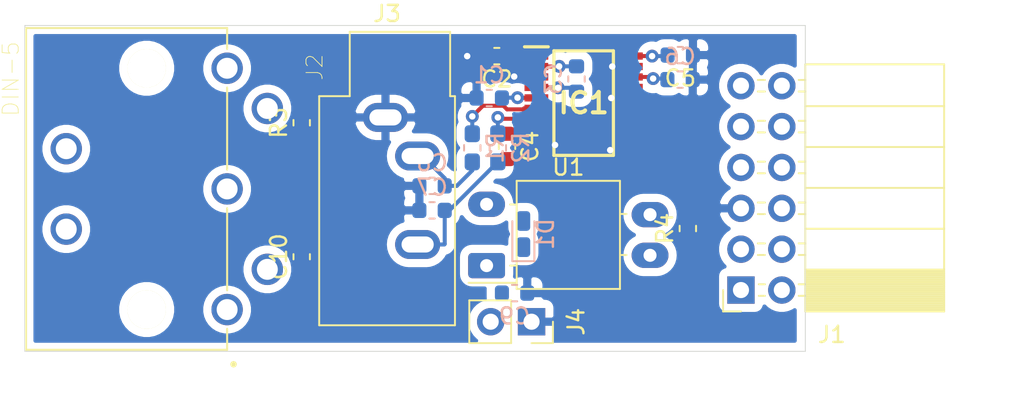
<source format=kicad_pcb>
(kicad_pcb (version 20171130) (host pcbnew "(5.1.5)-2")

  (general
    (thickness 1.6)
    (drawings 4)
    (tracks 70)
    (zones 0)
    (modules 21)
    (nets 21)
  )

  (page A4)
  (layers
    (0 F.Cu signal)
    (31 B.Cu signal)
    (32 B.Adhes user)
    (33 F.Adhes user)
    (34 B.Paste user)
    (35 F.Paste user)
    (36 B.SilkS user)
    (37 F.SilkS user)
    (38 B.Mask user)
    (39 F.Mask user)
    (40 Dwgs.User user)
    (41 Cmts.User user)
    (42 Eco1.User user)
    (43 Eco2.User user)
    (44 Edge.Cuts user)
    (45 Margin user)
    (46 B.CrtYd user)
    (47 F.CrtYd user)
    (48 B.Fab user)
    (49 F.Fab user)
  )

  (setup
    (last_trace_width 0.25)
    (trace_clearance 0.2)
    (zone_clearance 0.508)
    (zone_45_only no)
    (trace_min 0.2)
    (via_size 0.8)
    (via_drill 0.4)
    (via_min_size 0.4)
    (via_min_drill 0.3)
    (uvia_size 0.3)
    (uvia_drill 0.1)
    (uvias_allowed no)
    (uvia_min_size 0.2)
    (uvia_min_drill 0.1)
    (edge_width 0.05)
    (segment_width 0.2)
    (pcb_text_width 0.3)
    (pcb_text_size 1.5 1.5)
    (mod_edge_width 0.12)
    (mod_text_size 1 1)
    (mod_text_width 0.15)
    (pad_size 1.524 1.524)
    (pad_drill 0.762)
    (pad_to_mask_clearance 0.051)
    (solder_mask_min_width 0.25)
    (aux_axis_origin 0 0)
    (visible_elements 7FFFFFFF)
    (pcbplotparams
      (layerselection 0x010fc_ffffffff)
      (usegerberextensions false)
      (usegerberattributes false)
      (usegerberadvancedattributes false)
      (creategerberjobfile false)
      (excludeedgelayer true)
      (linewidth 0.100000)
      (plotframeref false)
      (viasonmask false)
      (mode 1)
      (useauxorigin false)
      (hpglpennumber 1)
      (hpglpenspeed 20)
      (hpglpendiameter 15.000000)
      (psnegative false)
      (psa4output false)
      (plotreference true)
      (plotvalue true)
      (plotinvisibletext false)
      (padsonsilk false)
      (subtractmaskfromsilk false)
      (outputformat 1)
      (mirror false)
      (drillshape 1)
      (scaleselection 1)
      (outputdirectory ""))
  )

  (net 0 "")
  (net 1 GND)
  (net 2 "Net-(C1-Pad1)")
  (net 3 VCC)
  (net 4 "Net-(C3-Pad2)")
  (net 5 "Net-(C3-Pad1)")
  (net 6 "Net-(C6-Pad2)")
  (net 7 OUTR)
  (net 8 OUTL)
  (net 9 "Net-(C7-Pad1)")
  (net 10 "Net-(C8-Pad1)")
  (net 11 LRCLK)
  (net 12 DIN)
  (net 13 BCK)
  (net 14 SCK)
  (net 15 MIDI_IN)
  (net 16 "Net-(J2-Pad5)")
  (net 17 VBUS)
  (net 18 "Net-(R4-Pad2)")
  (net 19 "Net-(D1-Pad2)")
  (net 20 ~MUTE)

  (net_class Default "This is the default net class."
    (clearance 0.2)
    (trace_width 0.25)
    (via_dia 0.8)
    (via_drill 0.4)
    (uvia_dia 0.3)
    (uvia_drill 0.1)
    (add_net BCK)
    (add_net DIN)
    (add_net GND)
    (add_net LRCLK)
    (add_net MIDI_IN)
    (add_net "Net-(C1-Pad1)")
    (add_net "Net-(C3-Pad1)")
    (add_net "Net-(C3-Pad2)")
    (add_net "Net-(C6-Pad2)")
    (add_net "Net-(C7-Pad1)")
    (add_net "Net-(C8-Pad1)")
    (add_net "Net-(D1-Pad2)")
    (add_net "Net-(J1-Pad3)")
    (add_net "Net-(J1-Pad4)")
    (add_net "Net-(J2-Pad1)")
    (add_net "Net-(J2-Pad2)")
    (add_net "Net-(J2-Pad3)")
    (add_net "Net-(J2-Pad5)")
    (add_net "Net-(R4-Pad2)")
    (add_net OUTL)
    (add_net OUTR)
    (add_net SCK)
    (add_net VBUS)
    (add_net VCC)
    (add_net ~MUTE)
  )

  (module SamacSys_Parts:SOP65P640X120-20N (layer F.Cu) (tedit 0) (tstamp 5E33F51B)
    (at 148.336 91.6305)
    (descr "PW (R-PDSO-G20)")
    (tags "Integrated Circuit")
    (path /5E33FDC4)
    (attr smd)
    (fp_text reference IC1 (at 0 0) (layer F.SilkS)
      (effects (font (size 1.27 1.27) (thickness 0.254)))
    )
    (fp_text value PCM5100APW (at 0 0) (layer F.SilkS) hide
      (effects (font (size 1.27 1.27) (thickness 0.254)))
    )
    (fp_line (start -3.675 -3.5) (end -2.2 -3.5) (layer F.SilkS) (width 0.2))
    (fp_line (start -1.85 3.25) (end -1.85 -3.25) (layer F.SilkS) (width 0.2))
    (fp_line (start 1.85 3.25) (end -1.85 3.25) (layer F.SilkS) (width 0.2))
    (fp_line (start 1.85 -3.25) (end 1.85 3.25) (layer F.SilkS) (width 0.2))
    (fp_line (start -1.85 -3.25) (end 1.85 -3.25) (layer F.SilkS) (width 0.2))
    (fp_line (start -2.2 -2.6) (end -1.55 -3.25) (layer F.Fab) (width 0.1))
    (fp_line (start -2.2 3.25) (end -2.2 -3.25) (layer F.Fab) (width 0.1))
    (fp_line (start 2.2 3.25) (end -2.2 3.25) (layer F.Fab) (width 0.1))
    (fp_line (start 2.2 -3.25) (end 2.2 3.25) (layer F.Fab) (width 0.1))
    (fp_line (start -2.2 -3.25) (end 2.2 -3.25) (layer F.Fab) (width 0.1))
    (fp_line (start -3.925 3.55) (end -3.925 -3.55) (layer F.CrtYd) (width 0.05))
    (fp_line (start 3.925 3.55) (end -3.925 3.55) (layer F.CrtYd) (width 0.05))
    (fp_line (start 3.925 -3.55) (end 3.925 3.55) (layer F.CrtYd) (width 0.05))
    (fp_line (start -3.925 -3.55) (end 3.925 -3.55) (layer F.CrtYd) (width 0.05))
    (fp_text user %R (at 0 0) (layer F.Fab)
      (effects (font (size 1.27 1.27) (thickness 0.254)))
    )
    (pad 20 smd rect (at 2.938 -2.925 90) (size 0.45 1.475) (layers F.Cu F.Paste F.Mask)
      (net 3 VCC))
    (pad 19 smd rect (at 2.938 -2.275 90) (size 0.45 1.475) (layers F.Cu F.Paste F.Mask)
      (net 1 GND))
    (pad 18 smd rect (at 2.938 -1.625 90) (size 0.45 1.475) (layers F.Cu F.Paste F.Mask)
      (net 6 "Net-(C6-Pad2)"))
    (pad 17 smd rect (at 2.938 -0.975 90) (size 0.45 1.475) (layers F.Cu F.Paste F.Mask)
      (net 20 ~MUTE))
    (pad 16 smd rect (at 2.938 -0.325 90) (size 0.45 1.475) (layers F.Cu F.Paste F.Mask)
      (net 1 GND))
    (pad 15 smd rect (at 2.938 0.325 90) (size 0.45 1.475) (layers F.Cu F.Paste F.Mask)
      (net 11 LRCLK))
    (pad 14 smd rect (at 2.938 0.975 90) (size 0.45 1.475) (layers F.Cu F.Paste F.Mask)
      (net 12 DIN))
    (pad 13 smd rect (at 2.938 1.625 90) (size 0.45 1.475) (layers F.Cu F.Paste F.Mask)
      (net 13 BCK))
    (pad 12 smd rect (at 2.938 2.275 90) (size 0.45 1.475) (layers F.Cu F.Paste F.Mask)
      (net 14 SCK))
    (pad 11 smd rect (at 2.938 2.925 90) (size 0.45 1.475) (layers F.Cu F.Paste F.Mask)
      (net 1 GND))
    (pad 10 smd rect (at -2.938 2.925 90) (size 0.45 1.475) (layers F.Cu F.Paste F.Mask)
      (net 1 GND))
    (pad 9 smd rect (at -2.938 2.275 90) (size 0.45 1.475) (layers F.Cu F.Paste F.Mask)
      (net 1 GND))
    (pad 8 smd rect (at -2.938 1.625 90) (size 0.45 1.475) (layers F.Cu F.Paste F.Mask)
      (net 3 VCC))
    (pad 7 smd rect (at -2.938 0.975 90) (size 0.45 1.475) (layers F.Cu F.Paste F.Mask)
      (net 7 OUTR))
    (pad 6 smd rect (at -2.938 0.325 90) (size 0.45 1.475) (layers F.Cu F.Paste F.Mask)
      (net 8 OUTL))
    (pad 5 smd rect (at -2.938 -0.325 90) (size 0.45 1.475) (layers F.Cu F.Paste F.Mask)
      (net 2 "Net-(C1-Pad1)"))
    (pad 4 smd rect (at -2.938 -0.975 90) (size 0.45 1.475) (layers F.Cu F.Paste F.Mask)
      (net 4 "Net-(C3-Pad2)"))
    (pad 3 smd rect (at -2.938 -1.625 90) (size 0.45 1.475) (layers F.Cu F.Paste F.Mask)
      (net 1 GND))
    (pad 2 smd rect (at -2.938 -2.275 90) (size 0.45 1.475) (layers F.Cu F.Paste F.Mask)
      (net 5 "Net-(C3-Pad1)"))
    (pad 1 smd rect (at -2.938 -2.925 90) (size 0.45 1.475) (layers F.Cu F.Paste F.Mask)
      (net 3 VCC))
    (model C:\SamacSys_PCB_Library\KiCad\SamacSys_Parts.3dshapes\PCM5100APW.stp
      (at (xyz 0 0 0))
      (scale (xyz 1 1 1))
      (rotate (xyz 0 0 0))
    )
  )

  (module Capacitor_SMD:C_0603_1608Metric (layer F.Cu) (tedit 5B301BBE) (tstamp 5E34E52B)
    (at 130.81 101.181 90)
    (descr "Capacitor SMD 0603 (1608 Metric), square (rectangular) end terminal, IPC_7351 nominal, (Body size source: http://www.tortai-tech.com/upload/download/2011102023233369053.pdf), generated with kicad-footprint-generator")
    (tags capacitor)
    (path /5E394D7D)
    (attr smd)
    (fp_text reference C10 (at 0 -1.43 270) (layer F.SilkS)
      (effects (font (size 1 1) (thickness 0.15)))
    )
    (fp_text value C (at 0 1.43 270) (layer F.Fab)
      (effects (font (size 1 1) (thickness 0.15)))
    )
    (fp_text user %R (at 0 0 270) (layer F.Fab)
      (effects (font (size 0.4 0.4) (thickness 0.06)))
    )
    (fp_line (start 1.48 0.73) (end -1.48 0.73) (layer F.CrtYd) (width 0.05))
    (fp_line (start 1.48 -0.73) (end 1.48 0.73) (layer F.CrtYd) (width 0.05))
    (fp_line (start -1.48 -0.73) (end 1.48 -0.73) (layer F.CrtYd) (width 0.05))
    (fp_line (start -1.48 0.73) (end -1.48 -0.73) (layer F.CrtYd) (width 0.05))
    (fp_line (start -0.162779 0.51) (end 0.162779 0.51) (layer F.SilkS) (width 0.12))
    (fp_line (start -0.162779 -0.51) (end 0.162779 -0.51) (layer F.SilkS) (width 0.12))
    (fp_line (start 0.8 0.4) (end -0.8 0.4) (layer F.Fab) (width 0.1))
    (fp_line (start 0.8 -0.4) (end 0.8 0.4) (layer F.Fab) (width 0.1))
    (fp_line (start -0.8 -0.4) (end 0.8 -0.4) (layer F.Fab) (width 0.1))
    (fp_line (start -0.8 0.4) (end -0.8 -0.4) (layer F.Fab) (width 0.1))
    (pad 2 smd roundrect (at 0.7875 0 90) (size 0.875 0.95) (layers F.Cu F.Paste F.Mask) (roundrect_rratio 0.25)
      (net 1 GND))
    (pad 1 smd roundrect (at -0.7875 0 90) (size 0.875 0.95) (layers F.Cu F.Paste F.Mask) (roundrect_rratio 0.25)
      (net 17 VBUS))
    (model ${KISYS3DMOD}/Capacitor_SMD.3dshapes/C_0603_1608Metric.wrl
      (at (xyz 0 0 0))
      (scale (xyz 1 1 1))
      (rotate (xyz 0 0 0))
    )
  )

  (module Diode_SMD:D_0603_1608Metric_Castellated (layer B.Cu) (tedit 5B301BBE) (tstamp 5E34D5BE)
    (at 144.5895 99.7715 90)
    (descr "Diode SMD 0603 (1608 Metric), castellated end terminal, IPC_7351 nominal, (Body size source: http://www.tortai-tech.com/upload/download/2011102023233369053.pdf), generated with kicad-footprint-generator")
    (tags "diode castellated")
    (path /5E3630C9)
    (attr smd)
    (fp_text reference D1 (at 0 1.38 270) (layer B.SilkS)
      (effects (font (size 1 1) (thickness 0.15)) (justify mirror))
    )
    (fp_text value D (at 0 -1.38 270) (layer B.Fab)
      (effects (font (size 1 1) (thickness 0.15)) (justify mirror))
    )
    (fp_text user %R (at 0 0 270) (layer B.Fab)
      (effects (font (size 0.4 0.4) (thickness 0.06)) (justify mirror))
    )
    (fp_line (start 1.68 -0.68) (end -1.68 -0.68) (layer B.CrtYd) (width 0.05))
    (fp_line (start 1.68 0.68) (end 1.68 -0.68) (layer B.CrtYd) (width 0.05))
    (fp_line (start -1.68 0.68) (end 1.68 0.68) (layer B.CrtYd) (width 0.05))
    (fp_line (start -1.68 -0.68) (end -1.68 0.68) (layer B.CrtYd) (width 0.05))
    (fp_line (start -1.685 -0.685) (end 0.8 -0.685) (layer B.SilkS) (width 0.12))
    (fp_line (start -1.685 0.685) (end -1.685 -0.685) (layer B.SilkS) (width 0.12))
    (fp_line (start 0.8 0.685) (end -1.685 0.685) (layer B.SilkS) (width 0.12))
    (fp_line (start 0.8 -0.4) (end 0.8 0.4) (layer B.Fab) (width 0.1))
    (fp_line (start -0.8 -0.4) (end 0.8 -0.4) (layer B.Fab) (width 0.1))
    (fp_line (start -0.8 0.1) (end -0.8 -0.4) (layer B.Fab) (width 0.1))
    (fp_line (start -0.5 0.4) (end -0.8 0.1) (layer B.Fab) (width 0.1))
    (fp_line (start 0.8 0.4) (end -0.5 0.4) (layer B.Fab) (width 0.1))
    (pad 2 smd roundrect (at 0.8125 0 90) (size 1.225 0.85) (layers B.Cu B.Paste B.Mask) (roundrect_rratio 0.25)
      (net 19 "Net-(D1-Pad2)"))
    (pad 1 smd roundrect (at -0.8125 0 90) (size 1.225 0.85) (layers B.Cu B.Paste B.Mask) (roundrect_rratio 0.25)
      (net 17 VBUS))
    (model ${KISYS3DMOD}/Diode_SMD.3dshapes/D_0603_1608Metric_Castellated.wrl
      (at (xyz 0 0 0))
      (scale (xyz 1 1 1))
      (rotate (xyz 0 0 0))
    )
  )

  (module Resistor_SMD:R_0603_1608Metric_Pad1.05x0.95mm_HandSolder (layer F.Cu) (tedit 5B301BBD) (tstamp 5E34D06F)
    (at 154.813 99.427 90)
    (descr "Resistor SMD 0603 (1608 Metric), square (rectangular) end terminal, IPC_7351 nominal with elongated pad for handsoldering. (Body size source: http://www.tortai-tech.com/upload/download/2011102023233369053.pdf), generated with kicad-footprint-generator")
    (tags "resistor handsolder")
    (path /5E3780A2)
    (attr smd)
    (fp_text reference R4 (at 0 -1.43 90) (layer F.SilkS)
      (effects (font (size 1 1) (thickness 0.15)))
    )
    (fp_text value R (at 0 1.43 90) (layer F.Fab)
      (effects (font (size 1 1) (thickness 0.15)))
    )
    (fp_text user %R (at 0 0 90) (layer F.Fab)
      (effects (font (size 0.4 0.4) (thickness 0.06)))
    )
    (fp_line (start 1.65 0.73) (end -1.65 0.73) (layer F.CrtYd) (width 0.05))
    (fp_line (start 1.65 -0.73) (end 1.65 0.73) (layer F.CrtYd) (width 0.05))
    (fp_line (start -1.65 -0.73) (end 1.65 -0.73) (layer F.CrtYd) (width 0.05))
    (fp_line (start -1.65 0.73) (end -1.65 -0.73) (layer F.CrtYd) (width 0.05))
    (fp_line (start -0.171267 0.51) (end 0.171267 0.51) (layer F.SilkS) (width 0.12))
    (fp_line (start -0.171267 -0.51) (end 0.171267 -0.51) (layer F.SilkS) (width 0.12))
    (fp_line (start 0.8 0.4) (end -0.8 0.4) (layer F.Fab) (width 0.1))
    (fp_line (start 0.8 -0.4) (end 0.8 0.4) (layer F.Fab) (width 0.1))
    (fp_line (start -0.8 -0.4) (end 0.8 -0.4) (layer F.Fab) (width 0.1))
    (fp_line (start -0.8 0.4) (end -0.8 -0.4) (layer F.Fab) (width 0.1))
    (pad 2 smd roundrect (at 0.875 0 90) (size 1.05 0.95) (layers F.Cu F.Paste F.Mask) (roundrect_rratio 0.25)
      (net 18 "Net-(R4-Pad2)"))
    (pad 1 smd roundrect (at -0.875 0 90) (size 1.05 0.95) (layers F.Cu F.Paste F.Mask) (roundrect_rratio 0.25)
      (net 15 MIDI_IN))
    (model ${KISYS3DMOD}/Resistor_SMD.3dshapes/R_0603_1608Metric.wrl
      (at (xyz 0 0 0))
      (scale (xyz 1 1 1))
      (rotate (xyz 0 0 0))
    )
  )

  (module Resistor_SMD:R_0603_1608Metric_Pad1.05x0.95mm_HandSolder (layer F.Cu) (tedit 5B301BBD) (tstamp 5E34D05E)
    (at 130.81 92.851 90)
    (descr "Resistor SMD 0603 (1608 Metric), square (rectangular) end terminal, IPC_7351 nominal with elongated pad for handsoldering. (Body size source: http://www.tortai-tech.com/upload/download/2011102023233369053.pdf), generated with kicad-footprint-generator")
    (tags "resistor handsolder")
    (path /5E35BA06)
    (attr smd)
    (fp_text reference R3 (at 0 -1.43 90) (layer F.SilkS)
      (effects (font (size 1 1) (thickness 0.15)))
    )
    (fp_text value R (at 0 1.43 180) (layer F.Fab)
      (effects (font (size 1 1) (thickness 0.15)))
    )
    (fp_text user %R (at 0 0 90) (layer F.Fab)
      (effects (font (size 0.4 0.4) (thickness 0.06)))
    )
    (fp_line (start 1.65 0.73) (end -1.65 0.73) (layer F.CrtYd) (width 0.05))
    (fp_line (start 1.65 -0.73) (end 1.65 0.73) (layer F.CrtYd) (width 0.05))
    (fp_line (start -1.65 -0.73) (end 1.65 -0.73) (layer F.CrtYd) (width 0.05))
    (fp_line (start -1.65 0.73) (end -1.65 -0.73) (layer F.CrtYd) (width 0.05))
    (fp_line (start -0.171267 0.51) (end 0.171267 0.51) (layer F.SilkS) (width 0.12))
    (fp_line (start -0.171267 -0.51) (end 0.171267 -0.51) (layer F.SilkS) (width 0.12))
    (fp_line (start 0.8 0.4) (end -0.8 0.4) (layer F.Fab) (width 0.1))
    (fp_line (start 0.8 -0.4) (end 0.8 0.4) (layer F.Fab) (width 0.1))
    (fp_line (start -0.8 -0.4) (end 0.8 -0.4) (layer F.Fab) (width 0.1))
    (fp_line (start -0.8 0.4) (end -0.8 -0.4) (layer F.Fab) (width 0.1))
    (pad 2 smd roundrect (at 0.875 0 90) (size 1.05 0.95) (layers F.Cu F.Paste F.Mask) (roundrect_rratio 0.25)
      (net 16 "Net-(J2-Pad5)"))
    (pad 1 smd roundrect (at -0.875 0 90) (size 1.05 0.95) (layers F.Cu F.Paste F.Mask) (roundrect_rratio 0.25)
      (net 19 "Net-(D1-Pad2)"))
    (model ${KISYS3DMOD}/Resistor_SMD.3dshapes/R_0603_1608Metric.wrl
      (at (xyz 0 0 0))
      (scale (xyz 1 1 1))
      (rotate (xyz 0 0 0))
    )
  )

  (module Connector_PinSocket_2.54mm:PinSocket_1x02_P2.54mm_Vertical (layer F.Cu) (tedit 5A19A420) (tstamp 5E34D00D)
    (at 145.0975 105.2195 270)
    (descr "Through hole straight socket strip, 1x02, 2.54mm pitch, single row (from Kicad 4.0.7), script generated")
    (tags "Through hole socket strip THT 1x02 2.54mm single row")
    (path /5E37932E)
    (fp_text reference J4 (at 0 -2.77 90) (layer F.SilkS)
      (effects (font (size 1 1) (thickness 0.15)))
    )
    (fp_text value Conn_01x02 (at 0 5.31 90) (layer F.Fab)
      (effects (font (size 1 1) (thickness 0.15)))
    )
    (fp_text user %R (at 0 1.27) (layer F.Fab)
      (effects (font (size 1 1) (thickness 0.15)))
    )
    (fp_line (start -1.8 4.3) (end -1.8 -1.8) (layer F.CrtYd) (width 0.05))
    (fp_line (start 1.75 4.3) (end -1.8 4.3) (layer F.CrtYd) (width 0.05))
    (fp_line (start 1.75 -1.8) (end 1.75 4.3) (layer F.CrtYd) (width 0.05))
    (fp_line (start -1.8 -1.8) (end 1.75 -1.8) (layer F.CrtYd) (width 0.05))
    (fp_line (start 0 -1.33) (end 1.33 -1.33) (layer F.SilkS) (width 0.12))
    (fp_line (start 1.33 -1.33) (end 1.33 0) (layer F.SilkS) (width 0.12))
    (fp_line (start 1.33 1.27) (end 1.33 3.87) (layer F.SilkS) (width 0.12))
    (fp_line (start -1.33 3.87) (end 1.33 3.87) (layer F.SilkS) (width 0.12))
    (fp_line (start -1.33 1.27) (end -1.33 3.87) (layer F.SilkS) (width 0.12))
    (fp_line (start -1.33 1.27) (end 1.33 1.27) (layer F.SilkS) (width 0.12))
    (fp_line (start -1.27 3.81) (end -1.27 -1.27) (layer F.Fab) (width 0.1))
    (fp_line (start 1.27 3.81) (end -1.27 3.81) (layer F.Fab) (width 0.1))
    (fp_line (start 1.27 -0.635) (end 1.27 3.81) (layer F.Fab) (width 0.1))
    (fp_line (start 0.635 -1.27) (end 1.27 -0.635) (layer F.Fab) (width 0.1))
    (fp_line (start -1.27 -1.27) (end 0.635 -1.27) (layer F.Fab) (width 0.1))
    (pad 2 thru_hole oval (at 0 2.54 270) (size 1.7 1.7) (drill 1) (layers *.Cu *.Mask)
      (net 17 VBUS))
    (pad 1 thru_hole rect (at 0 0 270) (size 1.7 1.7) (drill 1) (layers *.Cu *.Mask)
      (net 1 GND))
    (model ${KISYS3DMOD}/Connector_PinSocket_2.54mm.3dshapes/PinSocket_1x02_P2.54mm_Vertical.wrl
      (at (xyz 0 0 0))
      (scale (xyz 1 1 1))
      (rotate (xyz 0 0 0))
    )
  )

  (module Capacitor_SMD:C_0603_1608Metric (layer B.Cu) (tedit 5B301BBE) (tstamp 5E34CE9B)
    (at 144.0435 103.4415)
    (descr "Capacitor SMD 0603 (1608 Metric), square (rectangular) end terminal, IPC_7351 nominal, (Body size source: http://www.tortai-tech.com/upload/download/2011102023233369053.pdf), generated with kicad-footprint-generator")
    (tags capacitor)
    (path /5E37D9F0)
    (attr smd)
    (fp_text reference C9 (at 0 1.43 180) (layer B.SilkS)
      (effects (font (size 1 1) (thickness 0.15)) (justify mirror))
    )
    (fp_text value C (at 0 -1.43 180) (layer B.Fab)
      (effects (font (size 1 1) (thickness 0.15)) (justify mirror))
    )
    (fp_text user %R (at 0 0 180) (layer B.Fab)
      (effects (font (size 0.4 0.4) (thickness 0.06)) (justify mirror))
    )
    (fp_line (start 1.48 -0.73) (end -1.48 -0.73) (layer B.CrtYd) (width 0.05))
    (fp_line (start 1.48 0.73) (end 1.48 -0.73) (layer B.CrtYd) (width 0.05))
    (fp_line (start -1.48 0.73) (end 1.48 0.73) (layer B.CrtYd) (width 0.05))
    (fp_line (start -1.48 -0.73) (end -1.48 0.73) (layer B.CrtYd) (width 0.05))
    (fp_line (start -0.162779 -0.51) (end 0.162779 -0.51) (layer B.SilkS) (width 0.12))
    (fp_line (start -0.162779 0.51) (end 0.162779 0.51) (layer B.SilkS) (width 0.12))
    (fp_line (start 0.8 -0.4) (end -0.8 -0.4) (layer B.Fab) (width 0.1))
    (fp_line (start 0.8 0.4) (end 0.8 -0.4) (layer B.Fab) (width 0.1))
    (fp_line (start -0.8 0.4) (end 0.8 0.4) (layer B.Fab) (width 0.1))
    (fp_line (start -0.8 -0.4) (end -0.8 0.4) (layer B.Fab) (width 0.1))
    (pad 2 smd roundrect (at 0.7875 0) (size 0.875 0.95) (layers B.Cu B.Paste B.Mask) (roundrect_rratio 0.25)
      (net 1 GND))
    (pad 1 smd roundrect (at -0.7875 0) (size 0.875 0.95) (layers B.Cu B.Paste B.Mask) (roundrect_rratio 0.25)
      (net 17 VBUS))
    (model ${KISYS3DMOD}/Capacitor_SMD.3dshapes/C_0603_1608Metric.wrl
      (at (xyz 0 0 0))
      (scale (xyz 1 1 1))
      (rotate (xyz 0 0 0))
    )
  )

  (module OptoDevice:Luna_NSL-32 (layer F.Cu) (tedit 5B8AF7F2) (tstamp 5E34C19F)
    (at 142.3035 101.732)
    (descr "Optoisolator with LED and photoresistor")
    (tags optoisolator)
    (path /5E359E6B)
    (fp_text reference U1 (at 5.08 -6.11 180) (layer F.SilkS)
      (effects (font (size 1 1) (thickness 0.15)))
    )
    (fp_text value NSL-32 (at 5.13 2.44) (layer F.Fab)
      (effects (font (size 1 1) (thickness 0.15)))
    )
    (fp_line (start 8.29 -3.21) (end 8.7 -3.21) (layer F.SilkS) (width 0.12))
    (fp_line (start 8.29 -0.66) (end 8.7 -0.66) (layer F.SilkS) (width 0.12))
    (fp_line (start 1.46 0) (end 1.87 0) (layer F.SilkS) (width 0.12))
    (fp_line (start 11.55 1.59) (end -1.39 1.59) (layer F.CrtYd) (width 0.05))
    (fp_line (start 11.55 1.59) (end 11.55 -5.41) (layer F.CrtYd) (width 0.05))
    (fp_line (start -1.39 -5.41) (end -1.39 1.59) (layer F.CrtYd) (width 0.05))
    (fp_line (start -1.39 -5.41) (end 11.55 -5.41) (layer F.CrtYd) (width 0.05))
    (fp_line (start 1.98 0.34) (end 1.98 -5.16) (layer F.Fab) (width 0.1))
    (fp_line (start 2.98 1.34) (end 1.98 0.34) (layer F.Fab) (width 0.1))
    (fp_line (start 8.18 1.34) (end 2.98 1.34) (layer F.Fab) (width 0.1))
    (fp_line (start 8.18 -5.16) (end 8.18 1.34) (layer F.Fab) (width 0.1))
    (fp_line (start 1.98 -5.16) (end 8.18 -5.16) (layer F.Fab) (width 0.1))
    (fp_line (start 1.87 1.45) (end 1.87 -5.27) (layer F.SilkS) (width 0.12))
    (fp_line (start 8.29 1.45) (end 1.87 1.45) (layer F.SilkS) (width 0.12))
    (fp_line (start 8.29 -5.27) (end 8.29 1.45) (layer F.SilkS) (width 0.12))
    (fp_line (start 1.87 -5.27) (end 8.29 -5.27) (layer F.SilkS) (width 0.12))
    (fp_line (start 0.03 -3.8) (end 1.98 -3.8) (layer F.Fab) (width 0.1))
    (fp_line (start -0.02 0) (end 1.98 0) (layer F.Fab) (width 0.1))
    (fp_line (start 8.18 -0.66) (end 10.18 -0.66) (layer F.Fab) (width 0.1))
    (fp_line (start 10.18 -3.21) (end 8.18 -3.21) (layer F.Fab) (width 0.1))
    (fp_line (start 1.46 -3.8) (end 1.87 -3.8) (layer F.SilkS) (width 0.12))
    (fp_text user %R (at 5.08 -1.91) (layer F.Fab)
      (effects (font (size 1 1) (thickness 0.15)))
    )
    (fp_line (start -1.12 1.07) (end 1.87 1.07) (layer F.SilkS) (width 0.12))
    (pad 4 thru_hole oval (at 10.16 -0.64) (size 2.29 1.57) (drill 0.81) (layers *.Cu *.Mask)
      (net 3 VCC))
    (pad 3 thru_hole oval (at 10.16 -3.17) (size 2.29 1.57) (drill 0.81) (layers *.Cu *.Mask)
      (net 18 "Net-(R4-Pad2)"))
    (pad 2 thru_hole oval (at 0 -3.81) (size 2.29 1.57) (drill 0.81) (layers *.Cu *.Mask)
      (net 19 "Net-(D1-Pad2)"))
    (pad 1 thru_hole roundrect (at 0 0) (size 2.29 1.57) (drill 0.81) (layers *.Cu *.Mask) (roundrect_rratio 0.159)
      (net 17 VBUS))
    (model ${KISYS3DMOD}/OptoDevice.3dshapes/Luna_NSL-32.wrl
      (at (xyz 0 0 0))
      (scale (xyz 1 1 1))
      (rotate (xyz 0 0 0))
    )
  )

  (module Resistor_SMD:R_0603_1608Metric_Pad1.05x0.95mm_HandSolder (layer B.Cu) (tedit 5B301BBD) (tstamp 5E34B9A1)
    (at 143.002 94.4105 90)
    (descr "Resistor SMD 0603 (1608 Metric), square (rectangular) end terminal, IPC_7351 nominal with elongated pad for handsoldering. (Body size source: http://www.tortai-tech.com/upload/download/2011102023233369053.pdf), generated with kicad-footprint-generator")
    (tags "resistor handsolder")
    (path /5E34981C)
    (attr smd)
    (fp_text reference R2 (at 0 1.43 90) (layer B.SilkS)
      (effects (font (size 1 1) (thickness 0.15)) (justify mirror))
    )
    (fp_text value R (at 0 -1.43 90) (layer B.Fab)
      (effects (font (size 1 1) (thickness 0.15)) (justify mirror))
    )
    (fp_text user %R (at 0 0 90) (layer B.Fab)
      (effects (font (size 0.4 0.4) (thickness 0.06)) (justify mirror))
    )
    (fp_line (start 1.65 -0.73) (end -1.65 -0.73) (layer B.CrtYd) (width 0.05))
    (fp_line (start 1.65 0.73) (end 1.65 -0.73) (layer B.CrtYd) (width 0.05))
    (fp_line (start -1.65 0.73) (end 1.65 0.73) (layer B.CrtYd) (width 0.05))
    (fp_line (start -1.65 -0.73) (end -1.65 0.73) (layer B.CrtYd) (width 0.05))
    (fp_line (start -0.171267 -0.51) (end 0.171267 -0.51) (layer B.SilkS) (width 0.12))
    (fp_line (start -0.171267 0.51) (end 0.171267 0.51) (layer B.SilkS) (width 0.12))
    (fp_line (start 0.8 -0.4) (end -0.8 -0.4) (layer B.Fab) (width 0.1))
    (fp_line (start 0.8 0.4) (end 0.8 -0.4) (layer B.Fab) (width 0.1))
    (fp_line (start -0.8 0.4) (end 0.8 0.4) (layer B.Fab) (width 0.1))
    (fp_line (start -0.8 -0.4) (end -0.8 0.4) (layer B.Fab) (width 0.1))
    (pad 2 smd roundrect (at 0.875 0 90) (size 1.05 0.95) (layers B.Cu B.Paste B.Mask) (roundrect_rratio 0.25)
      (net 7 OUTR))
    (pad 1 smd roundrect (at -0.875 0 90) (size 1.05 0.95) (layers B.Cu B.Paste B.Mask) (roundrect_rratio 0.25)
      (net 9 "Net-(C7-Pad1)"))
    (model ${KISYS3DMOD}/Resistor_SMD.3dshapes/R_0603_1608Metric.wrl
      (at (xyz 0 0 0))
      (scale (xyz 1 1 1))
      (rotate (xyz 0 0 0))
    )
  )

  (module Resistor_SMD:R_0603_1608Metric_Pad1.05x0.95mm_HandSolder (layer B.Cu) (tedit 5B301BBD) (tstamp 5E34B990)
    (at 141.4145 94.4105 90)
    (descr "Resistor SMD 0603 (1608 Metric), square (rectangular) end terminal, IPC_7351 nominal with elongated pad for handsoldering. (Body size source: http://www.tortai-tech.com/upload/download/2011102023233369053.pdf), generated with kicad-footprint-generator")
    (tags "resistor handsolder")
    (path /5E347580)
    (attr smd)
    (fp_text reference R1 (at 0 1.43 90) (layer B.SilkS)
      (effects (font (size 1 1) (thickness 0.15)) (justify mirror))
    )
    (fp_text value R (at 0 -1.43 90) (layer B.Fab)
      (effects (font (size 1 1) (thickness 0.15)) (justify mirror))
    )
    (fp_text user %R (at 0 0 90) (layer B.Fab)
      (effects (font (size 0.4 0.4) (thickness 0.06)) (justify mirror))
    )
    (fp_line (start 1.65 -0.73) (end -1.65 -0.73) (layer B.CrtYd) (width 0.05))
    (fp_line (start 1.65 0.73) (end 1.65 -0.73) (layer B.CrtYd) (width 0.05))
    (fp_line (start -1.65 0.73) (end 1.65 0.73) (layer B.CrtYd) (width 0.05))
    (fp_line (start -1.65 -0.73) (end -1.65 0.73) (layer B.CrtYd) (width 0.05))
    (fp_line (start -0.171267 -0.51) (end 0.171267 -0.51) (layer B.SilkS) (width 0.12))
    (fp_line (start -0.171267 0.51) (end 0.171267 0.51) (layer B.SilkS) (width 0.12))
    (fp_line (start 0.8 -0.4) (end -0.8 -0.4) (layer B.Fab) (width 0.1))
    (fp_line (start 0.8 0.4) (end 0.8 -0.4) (layer B.Fab) (width 0.1))
    (fp_line (start -0.8 0.4) (end 0.8 0.4) (layer B.Fab) (width 0.1))
    (fp_line (start -0.8 -0.4) (end -0.8 0.4) (layer B.Fab) (width 0.1))
    (pad 2 smd roundrect (at 0.875 0 90) (size 1.05 0.95) (layers B.Cu B.Paste B.Mask) (roundrect_rratio 0.25)
      (net 8 OUTL))
    (pad 1 smd roundrect (at -0.875 0 90) (size 1.05 0.95) (layers B.Cu B.Paste B.Mask) (roundrect_rratio 0.25)
      (net 10 "Net-(C8-Pad1)"))
    (model ${KISYS3DMOD}/Resistor_SMD.3dshapes/R_0603_1608Metric.wrl
      (at (xyz 0 0 0))
      (scale (xyz 1 1 1))
      (rotate (xyz 0 0 0))
    )
  )

  (module Capacitor_SMD:C_0603_1608Metric (layer B.Cu) (tedit 5B301BBE) (tstamp 5E34B823)
    (at 138.9125 96.774 180)
    (descr "Capacitor SMD 0603 (1608 Metric), square (rectangular) end terminal, IPC_7351 nominal, (Body size source: http://www.tortai-tech.com/upload/download/2011102023233369053.pdf), generated with kicad-footprint-generator")
    (tags capacitor)
    (path /5E34C4AC)
    (attr smd)
    (fp_text reference C8 (at 0 1.43) (layer B.SilkS)
      (effects (font (size 1 1) (thickness 0.15)) (justify mirror))
    )
    (fp_text value 2.2nf (at 0 -1.43) (layer B.Fab)
      (effects (font (size 1 1) (thickness 0.15)) (justify mirror))
    )
    (fp_text user %R (at 0 0) (layer B.Fab)
      (effects (font (size 0.4 0.4) (thickness 0.06)) (justify mirror))
    )
    (fp_line (start 1.48 -0.73) (end -1.48 -0.73) (layer B.CrtYd) (width 0.05))
    (fp_line (start 1.48 0.73) (end 1.48 -0.73) (layer B.CrtYd) (width 0.05))
    (fp_line (start -1.48 0.73) (end 1.48 0.73) (layer B.CrtYd) (width 0.05))
    (fp_line (start -1.48 -0.73) (end -1.48 0.73) (layer B.CrtYd) (width 0.05))
    (fp_line (start -0.162779 -0.51) (end 0.162779 -0.51) (layer B.SilkS) (width 0.12))
    (fp_line (start -0.162779 0.51) (end 0.162779 0.51) (layer B.SilkS) (width 0.12))
    (fp_line (start 0.8 -0.4) (end -0.8 -0.4) (layer B.Fab) (width 0.1))
    (fp_line (start 0.8 0.4) (end 0.8 -0.4) (layer B.Fab) (width 0.1))
    (fp_line (start -0.8 0.4) (end 0.8 0.4) (layer B.Fab) (width 0.1))
    (fp_line (start -0.8 -0.4) (end -0.8 0.4) (layer B.Fab) (width 0.1))
    (pad 2 smd roundrect (at 0.7875 0 180) (size 0.875 0.95) (layers B.Cu B.Paste B.Mask) (roundrect_rratio 0.25)
      (net 1 GND))
    (pad 1 smd roundrect (at -0.7875 0 180) (size 0.875 0.95) (layers B.Cu B.Paste B.Mask) (roundrect_rratio 0.25)
      (net 10 "Net-(C8-Pad1)"))
    (model ${KISYS3DMOD}/Capacitor_SMD.3dshapes/C_0603_1608Metric.wrl
      (at (xyz 0 0 0))
      (scale (xyz 1 1 1))
      (rotate (xyz 0 0 0))
    )
  )

  (module Capacitor_SMD:C_0603_1608Metric (layer B.Cu) (tedit 5B301BBE) (tstamp 5E34B812)
    (at 138.9125 98.298 180)
    (descr "Capacitor SMD 0603 (1608 Metric), square (rectangular) end terminal, IPC_7351 nominal, (Body size source: http://www.tortai-tech.com/upload/download/2011102023233369053.pdf), generated with kicad-footprint-generator")
    (tags capacitor)
    (path /5E34BB6F)
    (attr smd)
    (fp_text reference C7 (at 0 1.43) (layer B.SilkS)
      (effects (font (size 1 1) (thickness 0.15)) (justify mirror))
    )
    (fp_text value 2.2nf (at 0 -1.43) (layer B.Fab)
      (effects (font (size 1 1) (thickness 0.15)) (justify mirror))
    )
    (fp_text user %R (at 0 0) (layer B.Fab)
      (effects (font (size 0.4 0.4) (thickness 0.06)) (justify mirror))
    )
    (fp_line (start 1.48 -0.73) (end -1.48 -0.73) (layer B.CrtYd) (width 0.05))
    (fp_line (start 1.48 0.73) (end 1.48 -0.73) (layer B.CrtYd) (width 0.05))
    (fp_line (start -1.48 0.73) (end 1.48 0.73) (layer B.CrtYd) (width 0.05))
    (fp_line (start -1.48 -0.73) (end -1.48 0.73) (layer B.CrtYd) (width 0.05))
    (fp_line (start -0.162779 -0.51) (end 0.162779 -0.51) (layer B.SilkS) (width 0.12))
    (fp_line (start -0.162779 0.51) (end 0.162779 0.51) (layer B.SilkS) (width 0.12))
    (fp_line (start 0.8 -0.4) (end -0.8 -0.4) (layer B.Fab) (width 0.1))
    (fp_line (start 0.8 0.4) (end 0.8 -0.4) (layer B.Fab) (width 0.1))
    (fp_line (start -0.8 0.4) (end 0.8 0.4) (layer B.Fab) (width 0.1))
    (fp_line (start -0.8 -0.4) (end -0.8 0.4) (layer B.Fab) (width 0.1))
    (pad 2 smd roundrect (at 0.7875 0 180) (size 0.875 0.95) (layers B.Cu B.Paste B.Mask) (roundrect_rratio 0.25)
      (net 1 GND))
    (pad 1 smd roundrect (at -0.7875 0 180) (size 0.875 0.95) (layers B.Cu B.Paste B.Mask) (roundrect_rratio 0.25)
      (net 9 "Net-(C7-Pad1)"))
    (model ${KISYS3DMOD}/Capacitor_SMD.3dshapes/C_0603_1608Metric.wrl
      (at (xyz 0 0 0))
      (scale (xyz 1 1 1))
      (rotate (xyz 0 0 0))
    )
  )

  (module Capacitor_SMD:C_0603_1608Metric (layer B.Cu) (tedit 5B301BBE) (tstamp 5E33F4F4)
    (at 154.3305 90.17 180)
    (descr "Capacitor SMD 0603 (1608 Metric), square (rectangular) end terminal, IPC_7351 nominal, (Body size source: http://www.tortai-tech.com/upload/download/2011102023233369053.pdf), generated with kicad-footprint-generator")
    (tags capacitor)
    (path /5E34B32C)
    (attr smd)
    (fp_text reference C6 (at 0 1.43) (layer B.SilkS)
      (effects (font (size 1 1) (thickness 0.15)) (justify mirror))
    )
    (fp_text value C (at 0 -1.43) (layer B.Fab)
      (effects (font (size 1 1) (thickness 0.15)) (justify mirror))
    )
    (fp_text user %R (at 0 0) (layer B.Fab)
      (effects (font (size 0.4 0.4) (thickness 0.06)) (justify mirror))
    )
    (fp_line (start 1.48 -0.73) (end -1.48 -0.73) (layer B.CrtYd) (width 0.05))
    (fp_line (start 1.48 0.73) (end 1.48 -0.73) (layer B.CrtYd) (width 0.05))
    (fp_line (start -1.48 0.73) (end 1.48 0.73) (layer B.CrtYd) (width 0.05))
    (fp_line (start -1.48 -0.73) (end -1.48 0.73) (layer B.CrtYd) (width 0.05))
    (fp_line (start -0.162779 -0.51) (end 0.162779 -0.51) (layer B.SilkS) (width 0.12))
    (fp_line (start -0.162779 0.51) (end 0.162779 0.51) (layer B.SilkS) (width 0.12))
    (fp_line (start 0.8 -0.4) (end -0.8 -0.4) (layer B.Fab) (width 0.1))
    (fp_line (start 0.8 0.4) (end 0.8 -0.4) (layer B.Fab) (width 0.1))
    (fp_line (start -0.8 0.4) (end 0.8 0.4) (layer B.Fab) (width 0.1))
    (fp_line (start -0.8 -0.4) (end -0.8 0.4) (layer B.Fab) (width 0.1))
    (pad 2 smd roundrect (at 0.7875 0 180) (size 0.875 0.95) (layers B.Cu B.Paste B.Mask) (roundrect_rratio 0.25)
      (net 6 "Net-(C6-Pad2)"))
    (pad 1 smd roundrect (at -0.7875 0 180) (size 0.875 0.95) (layers B.Cu B.Paste B.Mask) (roundrect_rratio 0.25)
      (net 1 GND))
    (model ${KISYS3DMOD}/Capacitor_SMD.3dshapes/C_0603_1608Metric.wrl
      (at (xyz 0 0 0))
      (scale (xyz 1 1 1))
      (rotate (xyz 0 0 0))
    )
  )

  (module Capacitor_SMD:C_0603_1608Metric (layer B.Cu) (tedit 5B301BBE) (tstamp 5E33F4E3)
    (at 154.343 88.646)
    (descr "Capacitor SMD 0603 (1608 Metric), square (rectangular) end terminal, IPC_7351 nominal, (Body size source: http://www.tortai-tech.com/upload/download/2011102023233369053.pdf), generated with kicad-footprint-generator")
    (tags capacitor)
    (path /5E34AA37)
    (attr smd)
    (fp_text reference C5 (at 0 1.43) (layer F.SilkS)
      (effects (font (size 1 1) (thickness 0.15)))
    )
    (fp_text value C (at 0 -1.43) (layer B.Fab)
      (effects (font (size 1 1) (thickness 0.15)) (justify mirror))
    )
    (fp_text user %R (at 0 0) (layer B.Fab)
      (effects (font (size 0.4 0.4) (thickness 0.06)) (justify mirror))
    )
    (fp_line (start 1.48 -0.73) (end -1.48 -0.73) (layer B.CrtYd) (width 0.05))
    (fp_line (start 1.48 0.73) (end 1.48 -0.73) (layer B.CrtYd) (width 0.05))
    (fp_line (start -1.48 0.73) (end 1.48 0.73) (layer B.CrtYd) (width 0.05))
    (fp_line (start -1.48 -0.73) (end -1.48 0.73) (layer B.CrtYd) (width 0.05))
    (fp_line (start -0.162779 -0.51) (end 0.162779 -0.51) (layer B.SilkS) (width 0.12))
    (fp_line (start -0.162779 0.51) (end 0.162779 0.51) (layer B.SilkS) (width 0.12))
    (fp_line (start 0.8 -0.4) (end -0.8 -0.4) (layer B.Fab) (width 0.1))
    (fp_line (start 0.8 0.4) (end 0.8 -0.4) (layer B.Fab) (width 0.1))
    (fp_line (start -0.8 0.4) (end 0.8 0.4) (layer B.Fab) (width 0.1))
    (fp_line (start -0.8 -0.4) (end -0.8 0.4) (layer B.Fab) (width 0.1))
    (pad 2 smd roundrect (at 0.7875 0) (size 0.875 0.95) (layers B.Cu B.Paste B.Mask) (roundrect_rratio 0.25)
      (net 1 GND))
    (pad 1 smd roundrect (at -0.7875 0) (size 0.875 0.95) (layers B.Cu B.Paste B.Mask) (roundrect_rratio 0.25)
      (net 3 VCC))
    (model ${KISYS3DMOD}/Capacitor_SMD.3dshapes/C_0603_1608Metric.wrl
      (at (xyz 0 0 0))
      (scale (xyz 1 1 1))
      (rotate (xyz 0 0 0))
    )
  )

  (module Capacitor_SMD:C_0603_1608Metric (layer F.Cu) (tedit 5B301BBE) (tstamp 5E33F4D2)
    (at 143.5735 94.323 270)
    (descr "Capacitor SMD 0603 (1608 Metric), square (rectangular) end terminal, IPC_7351 nominal, (Body size source: http://www.tortai-tech.com/upload/download/2011102023233369053.pdf), generated with kicad-footprint-generator")
    (tags capacitor)
    (path /5E346556)
    (attr smd)
    (fp_text reference C4 (at 0 -1.43 90) (layer F.SilkS)
      (effects (font (size 1 1) (thickness 0.15)))
    )
    (fp_text value C (at 0 1.43 90) (layer F.Fab)
      (effects (font (size 1 1) (thickness 0.15)))
    )
    (fp_text user %R (at 0 0) (layer F.Fab)
      (effects (font (size 0.4 0.4) (thickness 0.06)))
    )
    (fp_line (start 1.48 0.73) (end -1.48 0.73) (layer F.CrtYd) (width 0.05))
    (fp_line (start 1.48 -0.73) (end 1.48 0.73) (layer F.CrtYd) (width 0.05))
    (fp_line (start -1.48 -0.73) (end 1.48 -0.73) (layer F.CrtYd) (width 0.05))
    (fp_line (start -1.48 0.73) (end -1.48 -0.73) (layer F.CrtYd) (width 0.05))
    (fp_line (start -0.162779 0.51) (end 0.162779 0.51) (layer F.SilkS) (width 0.12))
    (fp_line (start -0.162779 -0.51) (end 0.162779 -0.51) (layer F.SilkS) (width 0.12))
    (fp_line (start 0.8 0.4) (end -0.8 0.4) (layer F.Fab) (width 0.1))
    (fp_line (start 0.8 -0.4) (end 0.8 0.4) (layer F.Fab) (width 0.1))
    (fp_line (start -0.8 -0.4) (end 0.8 -0.4) (layer F.Fab) (width 0.1))
    (fp_line (start -0.8 0.4) (end -0.8 -0.4) (layer F.Fab) (width 0.1))
    (pad 2 smd roundrect (at 0.7875 0 270) (size 0.875 0.95) (layers F.Cu F.Paste F.Mask) (roundrect_rratio 0.25)
      (net 1 GND))
    (pad 1 smd roundrect (at -0.7875 0 270) (size 0.875 0.95) (layers F.Cu F.Paste F.Mask) (roundrect_rratio 0.25)
      (net 3 VCC))
    (model ${KISYS3DMOD}/Capacitor_SMD.3dshapes/C_0603_1608Metric.wrl
      (at (xyz 0 0 0))
      (scale (xyz 1 1 1))
      (rotate (xyz 0 0 0))
    )
  )

  (module Capacitor_SMD:C_0603_1608Metric (layer B.Cu) (tedit 5B301BBE) (tstamp 5E33F4C1)
    (at 147.8915 90.132 270)
    (descr "Capacitor SMD 0603 (1608 Metric), square (rectangular) end terminal, IPC_7351 nominal, (Body size source: http://www.tortai-tech.com/upload/download/2011102023233369053.pdf), generated with kicad-footprint-generator")
    (tags capacitor)
    (path /5E3441A6)
    (attr smd)
    (fp_text reference C3 (at 0 1.43 90) (layer B.SilkS)
      (effects (font (size 1 1) (thickness 0.15)) (justify mirror))
    )
    (fp_text value C (at 0 -1.43 90) (layer B.Fab)
      (effects (font (size 1 1) (thickness 0.15)) (justify mirror))
    )
    (fp_text user %R (at 0 0 90) (layer B.Fab)
      (effects (font (size 0.4 0.4) (thickness 0.06)) (justify mirror))
    )
    (fp_line (start 1.48 -0.73) (end -1.48 -0.73) (layer B.CrtYd) (width 0.05))
    (fp_line (start 1.48 0.73) (end 1.48 -0.73) (layer B.CrtYd) (width 0.05))
    (fp_line (start -1.48 0.73) (end 1.48 0.73) (layer B.CrtYd) (width 0.05))
    (fp_line (start -1.48 -0.73) (end -1.48 0.73) (layer B.CrtYd) (width 0.05))
    (fp_line (start -0.162779 -0.51) (end 0.162779 -0.51) (layer B.SilkS) (width 0.12))
    (fp_line (start -0.162779 0.51) (end 0.162779 0.51) (layer B.SilkS) (width 0.12))
    (fp_line (start 0.8 -0.4) (end -0.8 -0.4) (layer B.Fab) (width 0.1))
    (fp_line (start 0.8 0.4) (end 0.8 -0.4) (layer B.Fab) (width 0.1))
    (fp_line (start -0.8 0.4) (end 0.8 0.4) (layer B.Fab) (width 0.1))
    (fp_line (start -0.8 -0.4) (end -0.8 0.4) (layer B.Fab) (width 0.1))
    (pad 2 smd roundrect (at 0.7875 0 270) (size 0.875 0.95) (layers B.Cu B.Paste B.Mask) (roundrect_rratio 0.25)
      (net 4 "Net-(C3-Pad2)"))
    (pad 1 smd roundrect (at -0.7875 0 270) (size 0.875 0.95) (layers B.Cu B.Paste B.Mask) (roundrect_rratio 0.25)
      (net 5 "Net-(C3-Pad1)"))
    (model ${KISYS3DMOD}/Capacitor_SMD.3dshapes/C_0603_1608Metric.wrl
      (at (xyz 0 0 0))
      (scale (xyz 1 1 1))
      (rotate (xyz 0 0 0))
    )
  )

  (module Capacitor_SMD:C_0603_1608Metric (layer F.Cu) (tedit 5B301BBE) (tstamp 5E33F4B0)
    (at 142.9385 88.7095 180)
    (descr "Capacitor SMD 0603 (1608 Metric), square (rectangular) end terminal, IPC_7351 nominal, (Body size source: http://www.tortai-tech.com/upload/download/2011102023233369053.pdf), generated with kicad-footprint-generator")
    (tags capacitor)
    (path /5E344EC4)
    (attr smd)
    (fp_text reference C2 (at 0 -1.43) (layer F.SilkS)
      (effects (font (size 1 1) (thickness 0.15)))
    )
    (fp_text value C (at 0 1.43) (layer F.Fab)
      (effects (font (size 1 1) (thickness 0.15)))
    )
    (fp_text user %R (at 0 0) (layer F.Fab)
      (effects (font (size 0.4 0.4) (thickness 0.06)))
    )
    (fp_line (start 1.48 0.73) (end -1.48 0.73) (layer F.CrtYd) (width 0.05))
    (fp_line (start 1.48 -0.73) (end 1.48 0.73) (layer F.CrtYd) (width 0.05))
    (fp_line (start -1.48 -0.73) (end 1.48 -0.73) (layer F.CrtYd) (width 0.05))
    (fp_line (start -1.48 0.73) (end -1.48 -0.73) (layer F.CrtYd) (width 0.05))
    (fp_line (start -0.162779 0.51) (end 0.162779 0.51) (layer F.SilkS) (width 0.12))
    (fp_line (start -0.162779 -0.51) (end 0.162779 -0.51) (layer F.SilkS) (width 0.12))
    (fp_line (start 0.8 0.4) (end -0.8 0.4) (layer F.Fab) (width 0.1))
    (fp_line (start 0.8 -0.4) (end 0.8 0.4) (layer F.Fab) (width 0.1))
    (fp_line (start -0.8 -0.4) (end 0.8 -0.4) (layer F.Fab) (width 0.1))
    (fp_line (start -0.8 0.4) (end -0.8 -0.4) (layer F.Fab) (width 0.1))
    (pad 2 smd roundrect (at 0.7875 0 180) (size 0.875 0.95) (layers F.Cu F.Paste F.Mask) (roundrect_rratio 0.25)
      (net 1 GND))
    (pad 1 smd roundrect (at -0.7875 0 180) (size 0.875 0.95) (layers F.Cu F.Paste F.Mask) (roundrect_rratio 0.25)
      (net 3 VCC))
    (model ${KISYS3DMOD}/Capacitor_SMD.3dshapes/C_0603_1608Metric.wrl
      (at (xyz 0 0 0))
      (scale (xyz 1 1 1))
      (rotate (xyz 0 0 0))
    )
  )

  (module Capacitor_SMD:C_0603_1608Metric (layer B.Cu) (tedit 5B301BBE) (tstamp 5E33F49F)
    (at 142.4685 91.313 180)
    (descr "Capacitor SMD 0603 (1608 Metric), square (rectangular) end terminal, IPC_7351 nominal, (Body size source: http://www.tortai-tech.com/upload/download/2011102023233369053.pdf), generated with kicad-footprint-generator")
    (tags capacitor)
    (path /5E34987B)
    (attr smd)
    (fp_text reference C1 (at 0 1.43) (layer B.SilkS)
      (effects (font (size 1 1) (thickness 0.15)) (justify mirror))
    )
    (fp_text value C (at 0 -1.43) (layer B.Fab)
      (effects (font (size 1 1) (thickness 0.15)) (justify mirror))
    )
    (fp_text user %R (at 0 0) (layer B.Fab)
      (effects (font (size 0.4 0.4) (thickness 0.06)) (justify mirror))
    )
    (fp_line (start 1.48 -0.73) (end -1.48 -0.73) (layer B.CrtYd) (width 0.05))
    (fp_line (start 1.48 0.73) (end 1.48 -0.73) (layer B.CrtYd) (width 0.05))
    (fp_line (start -1.48 0.73) (end 1.48 0.73) (layer B.CrtYd) (width 0.05))
    (fp_line (start -1.48 -0.73) (end -1.48 0.73) (layer B.CrtYd) (width 0.05))
    (fp_line (start -0.162779 -0.51) (end 0.162779 -0.51) (layer B.SilkS) (width 0.12))
    (fp_line (start -0.162779 0.51) (end 0.162779 0.51) (layer B.SilkS) (width 0.12))
    (fp_line (start 0.8 -0.4) (end -0.8 -0.4) (layer B.Fab) (width 0.1))
    (fp_line (start 0.8 0.4) (end 0.8 -0.4) (layer B.Fab) (width 0.1))
    (fp_line (start -0.8 0.4) (end 0.8 0.4) (layer B.Fab) (width 0.1))
    (fp_line (start -0.8 -0.4) (end -0.8 0.4) (layer B.Fab) (width 0.1))
    (pad 2 smd roundrect (at 0.7875 0 180) (size 0.875 0.95) (layers B.Cu B.Paste B.Mask) (roundrect_rratio 0.25)
      (net 1 GND))
    (pad 1 smd roundrect (at -0.7875 0 180) (size 0.875 0.95) (layers B.Cu B.Paste B.Mask) (roundrect_rratio 0.25)
      (net 2 "Net-(C1-Pad1)"))
    (model ${KISYS3DMOD}/Capacitor_SMD.3dshapes/C_0603_1608Metric.wrl
      (at (xyz 0 0 0))
      (scale (xyz 1 1 1))
      (rotate (xyz 0 0 0))
    )
  )

  (module Connector_Audio:Jack_3.5mm_CUI_SJ1-3533NG_Horizontal (layer F.Cu) (tedit 5BAD3514) (tstamp 5E33F1C3)
    (at 136.017 92.5195)
    (descr "TRS 3.5mm, horizontal, through-hole, https://www.cui.com/product/resource/sj1-353xng.pdf")
    (tags "TRS audio jack stereo horizontal")
    (path /5E339D60)
    (fp_text reference J3 (at 0.1 -6.45) (layer F.SilkS)
      (effects (font (size 1 1) (thickness 0.15)))
    )
    (fp_text value AudioJack3 (at 0.1 14.05) (layer F.Fab)
      (effects (font (size 1 1) (thickness 0.15)))
    )
    (fp_text user %R (at 0.1 3.8) (layer F.Fab)
      (effects (font (size 1 1) (thickness 0.15)))
    )
    (fp_line (start 4.7 -5.7) (end -4.5 -5.7) (layer F.CrtYd) (width 0.05))
    (fp_line (start 4.7 13.3) (end 4.7 -5.7) (layer F.CrtYd) (width 0.05))
    (fp_line (start -4.5 13.3) (end 4.7 13.3) (layer F.CrtYd) (width 0.05))
    (fp_line (start -4.5 -5.7) (end -4.5 13.3) (layer F.CrtYd) (width 0.05))
    (fp_line (start -2.22 -1.32) (end -2.22 -5.32) (layer F.SilkS) (width 0.12))
    (fp_line (start -4.12 -1.32) (end -2.22 -1.32) (layer F.SilkS) (width 0.12))
    (fp_line (start -4.12 12.92) (end -4.12 -1.32) (layer F.SilkS) (width 0.12))
    (fp_line (start 4.32 12.92) (end -4.12 12.92) (layer F.SilkS) (width 0.12))
    (fp_line (start 4.32 -1.32) (end 4.32 12.92) (layer F.SilkS) (width 0.12))
    (fp_line (start 4.02 -1.32) (end 4.32 -1.32) (layer F.SilkS) (width 0.12))
    (fp_line (start 4.02 -5.32) (end 4.02 -1.32) (layer F.SilkS) (width 0.12))
    (fp_line (start -2.22 -5.32) (end 4.02 -5.32) (layer F.SilkS) (width 0.12))
    (fp_line (start -2.1 -1.2) (end -2.1 -5.2) (layer F.Fab) (width 0.1))
    (fp_line (start -4 -1.2) (end -2.1 -1.2) (layer F.Fab) (width 0.1))
    (fp_line (start -4 12.8) (end -4 -1.2) (layer F.Fab) (width 0.1))
    (fp_line (start 4.2 12.8) (end -4 12.8) (layer F.Fab) (width 0.1))
    (fp_line (start 4.2 -1.2) (end 4.2 12.8) (layer F.Fab) (width 0.1))
    (fp_line (start 3.9 -1.2) (end 4.2 -1.2) (layer F.Fab) (width 0.1))
    (fp_line (start 3.9 -5.2) (end 3.9 -1.2) (layer F.Fab) (width 0.1))
    (fp_line (start -2.1 -5.2) (end 3.9 -5.2) (layer F.Fab) (width 0.1))
    (pad R thru_hole oval (at 2 7.9) (size 2.8 1.8) (drill oval 2 1) (layers *.Cu *.Mask)
      (net 9 "Net-(C7-Pad1)"))
    (pad T thru_hole oval (at 2 2.4) (size 2.8 1.8) (drill oval 2 1) (layers *.Cu *.Mask)
      (net 10 "Net-(C8-Pad1)"))
    (pad S thru_hole oval (at 0 0) (size 2.8 1.8) (drill oval 2 1) (layers *.Cu *.Mask)
      (net 1 GND))
    (model ${KISYS3DMOD}/Connector_Audio.3dshapes/Jack_3.5mm_CUI_SJ1-3533NG_Horizontal.wrl
      (at (xyz 0 0 0))
      (scale (xyz 1 1 1))
      (rotate (xyz 0 0 0))
    )
  )

  (module project:CUI_SDS-50J (layer F.Cu) (tedit 0) (tstamp 5E33E4CC)
    (at 126.1745 96.9645 270)
    (path /5E3384D1)
    (fp_text reference J2 (at -7.56532 -5.4388 90) (layer F.SilkS)
      (effects (font (size 1.0007 1.0007) (thickness 0.05)))
    )
    (fp_text value DIN-5 (at -6.83505 13.4447 90) (layer F.SilkS)
      (effects (font (size 1.00146 1.00146) (thickness 0.05)))
    )
    (fp_line (start 10 0) (end -10 0) (layer Eco2.User) (width 0.127))
    (fp_line (start 10 12.5) (end 10 0) (layer Eco2.User) (width 0.127))
    (fp_line (start -10 12.5) (end 10 12.5) (layer Eco2.User) (width 0.127))
    (fp_line (start -10 0) (end -10 12.5) (layer Eco2.User) (width 0.127))
    (fp_line (start 10 0) (end 8.7 0) (layer F.SilkS) (width 0.127))
    (fp_line (start 1.2 0) (end 6.3 0) (layer F.SilkS) (width 0.127))
    (fp_line (start -6.3 0) (end -1.2 0) (layer F.SilkS) (width 0.127))
    (fp_line (start -10 0) (end -8.7 0) (layer F.SilkS) (width 0.127))
    (fp_circle (center 10.9 -0.4) (end 11 -0.4) (layer Eco2.User) (width 0.2))
    (fp_circle (center 10.9 -0.4) (end 11 -0.4) (layer F.SilkS) (width 0.2))
    (fp_line (start 10.25 12.75) (end -10.25 12.75) (layer Eco1.User) (width 0.05))
    (fp_line (start 10.25 -3.75) (end 10.25 12.75) (layer Eco1.User) (width 0.05))
    (fp_line (start -10.25 -3.75) (end 10.25 -3.75) (layer Eco1.User) (width 0.05))
    (fp_line (start -10.25 12.75) (end -10.25 -3.75) (layer Eco1.User) (width 0.05))
    (fp_line (start 10 12.5) (end 10 0) (layer F.SilkS) (width 0.127))
    (fp_line (start -10 12.5) (end 10 12.5) (layer F.SilkS) (width 0.127))
    (fp_line (start -10 0) (end -10 12.5) (layer F.SilkS) (width 0.127))
    (pad Hole np_thru_hole circle (at 7.5 5 270) (size 2.4 2.4) (drill 2.4) (layers *.Cu *.Mask F.SilkS))
    (pad Hole np_thru_hole circle (at -7.5 5 270) (size 2.4 2.4) (drill 2.4) (layers *.Cu *.Mask F.SilkS))
    (pad S2 thru_hole circle (at 2.5 10 270) (size 1.95 1.95) (drill 1.3) (layers *.Cu *.Mask))
    (pad S1 thru_hole circle (at -2.5 10 270) (size 1.95 1.95) (drill 1.3) (layers *.Cu *.Mask))
    (pad 3 thru_hole circle (at -7.5 0 270) (size 1.95 1.95) (drill 1.3) (layers *.Cu *.Mask))
    (pad 5 thru_hole circle (at -5 -2.5 270) (size 1.95 1.95) (drill 1.3) (layers *.Cu *.Mask)
      (net 16 "Net-(J2-Pad5)"))
    (pad 1 thru_hole circle (at 7.5 0 270) (size 1.95 1.95) (drill 1.3) (layers *.Cu *.Mask))
    (pad 4 thru_hole circle (at 5 -2.5 270) (size 1.95 1.95) (drill 1.3) (layers *.Cu *.Mask)
      (net 17 VBUS))
    (pad 2 thru_hole circle (at 0 0 270) (size 1.95 1.95) (drill 1.3) (layers *.Cu *.Mask))
  )

  (module Connector_PinSocket_2.54mm:PinSocket_2x06_P2.54mm_Horizontal (layer F.Cu) (tedit 5A19A42C) (tstamp 5E33D938)
    (at 158.115 103.251 180)
    (descr "Through hole angled socket strip, 2x06, 2.54mm pitch, 8.51mm socket length, double cols (from Kicad 4.0.7), script generated")
    (tags "Through hole angled socket strip THT 2x06 2.54mm double row")
    (path /5E3379B1)
    (fp_text reference J1 (at -5.65 -2.77) (layer F.SilkS)
      (effects (font (size 1 1) (thickness 0.15)))
    )
    (fp_text value Conn_02x06_Counter_Clockwise (at -5.65 15.47) (layer F.Fab)
      (effects (font (size 1 1) (thickness 0.15)))
    )
    (fp_text user %R (at -8.315 6.35 90) (layer F.Fab)
      (effects (font (size 1 1) (thickness 0.15)))
    )
    (fp_line (start 1.8 14.45) (end 1.8 -1.8) (layer F.CrtYd) (width 0.05))
    (fp_line (start -13.05 14.45) (end 1.8 14.45) (layer F.CrtYd) (width 0.05))
    (fp_line (start -13.05 -1.8) (end -13.05 14.45) (layer F.CrtYd) (width 0.05))
    (fp_line (start 1.8 -1.8) (end -13.05 -1.8) (layer F.CrtYd) (width 0.05))
    (fp_line (start 0 -1.33) (end 1.11 -1.33) (layer F.SilkS) (width 0.12))
    (fp_line (start 1.11 -1.33) (end 1.11 0) (layer F.SilkS) (width 0.12))
    (fp_line (start -12.63 -1.33) (end -12.63 14.03) (layer F.SilkS) (width 0.12))
    (fp_line (start -12.63 14.03) (end -4 14.03) (layer F.SilkS) (width 0.12))
    (fp_line (start -4 -1.33) (end -4 14.03) (layer F.SilkS) (width 0.12))
    (fp_line (start -12.63 -1.33) (end -4 -1.33) (layer F.SilkS) (width 0.12))
    (fp_line (start -12.63 11.43) (end -4 11.43) (layer F.SilkS) (width 0.12))
    (fp_line (start -12.63 8.89) (end -4 8.89) (layer F.SilkS) (width 0.12))
    (fp_line (start -12.63 6.35) (end -4 6.35) (layer F.SilkS) (width 0.12))
    (fp_line (start -12.63 3.81) (end -4 3.81) (layer F.SilkS) (width 0.12))
    (fp_line (start -12.63 1.27) (end -4 1.27) (layer F.SilkS) (width 0.12))
    (fp_line (start -1.49 13.06) (end -1.05 13.06) (layer F.SilkS) (width 0.12))
    (fp_line (start -4 13.06) (end -3.59 13.06) (layer F.SilkS) (width 0.12))
    (fp_line (start -1.49 12.34) (end -1.05 12.34) (layer F.SilkS) (width 0.12))
    (fp_line (start -4 12.34) (end -3.59 12.34) (layer F.SilkS) (width 0.12))
    (fp_line (start -1.49 10.52) (end -1.05 10.52) (layer F.SilkS) (width 0.12))
    (fp_line (start -4 10.52) (end -3.59 10.52) (layer F.SilkS) (width 0.12))
    (fp_line (start -1.49 9.8) (end -1.05 9.8) (layer F.SilkS) (width 0.12))
    (fp_line (start -4 9.8) (end -3.59 9.8) (layer F.SilkS) (width 0.12))
    (fp_line (start -1.49 7.98) (end -1.05 7.98) (layer F.SilkS) (width 0.12))
    (fp_line (start -4 7.98) (end -3.59 7.98) (layer F.SilkS) (width 0.12))
    (fp_line (start -1.49 7.26) (end -1.05 7.26) (layer F.SilkS) (width 0.12))
    (fp_line (start -4 7.26) (end -3.59 7.26) (layer F.SilkS) (width 0.12))
    (fp_line (start -1.49 5.44) (end -1.05 5.44) (layer F.SilkS) (width 0.12))
    (fp_line (start -4 5.44) (end -3.59 5.44) (layer F.SilkS) (width 0.12))
    (fp_line (start -1.49 4.72) (end -1.05 4.72) (layer F.SilkS) (width 0.12))
    (fp_line (start -4 4.72) (end -3.59 4.72) (layer F.SilkS) (width 0.12))
    (fp_line (start -1.49 2.9) (end -1.05 2.9) (layer F.SilkS) (width 0.12))
    (fp_line (start -4 2.9) (end -3.59 2.9) (layer F.SilkS) (width 0.12))
    (fp_line (start -1.49 2.18) (end -1.05 2.18) (layer F.SilkS) (width 0.12))
    (fp_line (start -4 2.18) (end -3.59 2.18) (layer F.SilkS) (width 0.12))
    (fp_line (start -1.49 0.36) (end -1.11 0.36) (layer F.SilkS) (width 0.12))
    (fp_line (start -4 0.36) (end -3.59 0.36) (layer F.SilkS) (width 0.12))
    (fp_line (start -1.49 -0.36) (end -1.11 -0.36) (layer F.SilkS) (width 0.12))
    (fp_line (start -4 -0.36) (end -3.59 -0.36) (layer F.SilkS) (width 0.12))
    (fp_line (start -12.63 1.1519) (end -4 1.1519) (layer F.SilkS) (width 0.12))
    (fp_line (start -12.63 1.033805) (end -4 1.033805) (layer F.SilkS) (width 0.12))
    (fp_line (start -12.63 0.91571) (end -4 0.91571) (layer F.SilkS) (width 0.12))
    (fp_line (start -12.63 0.797615) (end -4 0.797615) (layer F.SilkS) (width 0.12))
    (fp_line (start -12.63 0.67952) (end -4 0.67952) (layer F.SilkS) (width 0.12))
    (fp_line (start -12.63 0.561425) (end -4 0.561425) (layer F.SilkS) (width 0.12))
    (fp_line (start -12.63 0.44333) (end -4 0.44333) (layer F.SilkS) (width 0.12))
    (fp_line (start -12.63 0.325235) (end -4 0.325235) (layer F.SilkS) (width 0.12))
    (fp_line (start -12.63 0.20714) (end -4 0.20714) (layer F.SilkS) (width 0.12))
    (fp_line (start -12.63 0.089045) (end -4 0.089045) (layer F.SilkS) (width 0.12))
    (fp_line (start -12.63 -0.02905) (end -4 -0.02905) (layer F.SilkS) (width 0.12))
    (fp_line (start -12.63 -0.147145) (end -4 -0.147145) (layer F.SilkS) (width 0.12))
    (fp_line (start -12.63 -0.26524) (end -4 -0.26524) (layer F.SilkS) (width 0.12))
    (fp_line (start -12.63 -0.383335) (end -4 -0.383335) (layer F.SilkS) (width 0.12))
    (fp_line (start -12.63 -0.50143) (end -4 -0.50143) (layer F.SilkS) (width 0.12))
    (fp_line (start -12.63 -0.619525) (end -4 -0.619525) (layer F.SilkS) (width 0.12))
    (fp_line (start -12.63 -0.73762) (end -4 -0.73762) (layer F.SilkS) (width 0.12))
    (fp_line (start -12.63 -0.855715) (end -4 -0.855715) (layer F.SilkS) (width 0.12))
    (fp_line (start -12.63 -0.97381) (end -4 -0.97381) (layer F.SilkS) (width 0.12))
    (fp_line (start -12.63 -1.091905) (end -4 -1.091905) (layer F.SilkS) (width 0.12))
    (fp_line (start -12.63 -1.21) (end -4 -1.21) (layer F.SilkS) (width 0.12))
    (fp_line (start 0 13) (end 0 12.4) (layer F.Fab) (width 0.1))
    (fp_line (start -4.06 13) (end 0 13) (layer F.Fab) (width 0.1))
    (fp_line (start 0 12.4) (end -4.06 12.4) (layer F.Fab) (width 0.1))
    (fp_line (start 0 10.46) (end 0 9.86) (layer F.Fab) (width 0.1))
    (fp_line (start -4.06 10.46) (end 0 10.46) (layer F.Fab) (width 0.1))
    (fp_line (start 0 9.86) (end -4.06 9.86) (layer F.Fab) (width 0.1))
    (fp_line (start 0 7.92) (end 0 7.32) (layer F.Fab) (width 0.1))
    (fp_line (start -4.06 7.92) (end 0 7.92) (layer F.Fab) (width 0.1))
    (fp_line (start 0 7.32) (end -4.06 7.32) (layer F.Fab) (width 0.1))
    (fp_line (start 0 5.38) (end 0 4.78) (layer F.Fab) (width 0.1))
    (fp_line (start -4.06 5.38) (end 0 5.38) (layer F.Fab) (width 0.1))
    (fp_line (start 0 4.78) (end -4.06 4.78) (layer F.Fab) (width 0.1))
    (fp_line (start 0 2.84) (end 0 2.24) (layer F.Fab) (width 0.1))
    (fp_line (start -4.06 2.84) (end 0 2.84) (layer F.Fab) (width 0.1))
    (fp_line (start 0 2.24) (end -4.06 2.24) (layer F.Fab) (width 0.1))
    (fp_line (start 0 0.3) (end 0 -0.3) (layer F.Fab) (width 0.1))
    (fp_line (start -4.06 0.3) (end 0 0.3) (layer F.Fab) (width 0.1))
    (fp_line (start 0 -0.3) (end -4.06 -0.3) (layer F.Fab) (width 0.1))
    (fp_line (start -12.57 13.97) (end -12.57 -1.27) (layer F.Fab) (width 0.1))
    (fp_line (start -4.06 13.97) (end -12.57 13.97) (layer F.Fab) (width 0.1))
    (fp_line (start -4.06 -0.3) (end -4.06 13.97) (layer F.Fab) (width 0.1))
    (fp_line (start -5.03 -1.27) (end -4.06 -0.3) (layer F.Fab) (width 0.1))
    (fp_line (start -12.57 -1.27) (end -5.03 -1.27) (layer F.Fab) (width 0.1))
    (pad 12 thru_hole oval (at -2.54 12.7 180) (size 1.7 1.7) (drill 1) (layers *.Cu *.Mask)
      (net 11 LRCLK))
    (pad 11 thru_hole oval (at 0 12.7 180) (size 1.7 1.7) (drill 1) (layers *.Cu *.Mask)
      (net 12 DIN))
    (pad 10 thru_hole oval (at -2.54 10.16 180) (size 1.7 1.7) (drill 1) (layers *.Cu *.Mask)
      (net 13 BCK))
    (pad 9 thru_hole oval (at 0 10.16 180) (size 1.7 1.7) (drill 1) (layers *.Cu *.Mask)
      (net 14 SCK))
    (pad 8 thru_hole oval (at -2.54 7.62 180) (size 1.7 1.7) (drill 1) (layers *.Cu *.Mask)
      (net 1 GND))
    (pad 7 thru_hole oval (at 0 7.62 180) (size 1.7 1.7) (drill 1) (layers *.Cu *.Mask)
      (net 3 VCC))
    (pad 6 thru_hole oval (at -2.54 5.08 180) (size 1.7 1.7) (drill 1) (layers *.Cu *.Mask)
      (net 3 VCC))
    (pad 5 thru_hole oval (at 0 5.08 180) (size 1.7 1.7) (drill 1) (layers *.Cu *.Mask)
      (net 1 GND))
    (pad 4 thru_hole oval (at -2.54 2.54 180) (size 1.7 1.7) (drill 1) (layers *.Cu *.Mask))
    (pad 3 thru_hole oval (at 0 2.54 180) (size 1.7 1.7) (drill 1) (layers *.Cu *.Mask))
    (pad 2 thru_hole oval (at -2.54 0 180) (size 1.7 1.7) (drill 1) (layers *.Cu *.Mask)
      (net 20 ~MUTE))
    (pad 1 thru_hole rect (at 0 0 180) (size 1.7 1.7) (drill 1) (layers *.Cu *.Mask)
      (net 15 MIDI_IN))
    (model ${KISYS3DMOD}/Connector_PinSocket_2.54mm.3dshapes/PinSocket_2x06_P2.54mm_Horizontal.wrl
      (at (xyz 0 0 0))
      (scale (xyz 1 1 1))
      (rotate (xyz 0 0 0))
    )
  )

  (gr_line (start 162.1155 86.8045) (end 162.1155 107.061) (layer Edge.Cuts) (width 0.05) (tstamp 5E34DDAA))
  (gr_line (start 113.6015 86.8045) (end 113.6015 107.061) (layer Edge.Cuts) (width 0.05) (tstamp 5E34BC2A))
  (gr_line (start 162.1155 86.8045) (end 113.6015 86.8045) (layer Edge.Cuts) (width 0.05))
  (gr_line (start 162.1155 107.061) (end 113.6015 107.061) (layer Edge.Cuts) (width 0.05))

  (via (at 141.097 88.7095) (size 0.8) (drill 0.4) (layers F.Cu B.Cu) (net 1))
  (segment (start 142.151 88.7095) (end 141.097 88.7095) (width 0.25) (layer F.Cu) (net 1))
  (via (at 144.018 89.9795) (size 0.8) (drill 0.4) (layers F.Cu B.Cu) (net 1))
  (segment (start 145.398 90.0055) (end 144.044 90.0055) (width 0.25) (layer F.Cu) (net 1))
  (segment (start 144.044 90.0055) (end 144.018 89.9795) (width 0.25) (layer F.Cu) (net 1))
  (via (at 150.112972 89.355499) (size 0.8) (drill 0.4) (layers F.Cu B.Cu) (net 1))
  (segment (start 151.274 89.3555) (end 150.112973 89.3555) (width 0.25) (layer F.Cu) (net 1))
  (segment (start 150.112973 89.3555) (end 150.112972 89.355499) (width 0.25) (layer F.Cu) (net 1))
  (via (at 149.987 94.5515) (size 0.8) (drill 0.4) (layers F.Cu B.Cu) (net 1))
  (segment (start 151.274 94.5555) (end 149.991 94.5555) (width 0.25) (layer F.Cu) (net 1))
  (segment (start 149.991 94.5555) (end 149.987 94.5515) (width 0.25) (layer F.Cu) (net 1))
  (via (at 150.0505 91.313) (size 0.8) (drill 0.4) (layers F.Cu B.Cu) (net 1))
  (segment (start 151.274 91.3055) (end 150.058 91.3055) (width 0.25) (layer F.Cu) (net 1))
  (segment (start 150.058 91.3055) (end 150.0505 91.313) (width 0.25) (layer F.Cu) (net 1))
  (via (at 146.558 94.234) (size 0.8) (drill 0.4) (layers F.Cu B.Cu) (net 1))
  (segment (start 145.398 93.9055) (end 146.2295 93.9055) (width 0.25) (layer F.Cu) (net 1))
  (segment (start 146.2295 93.9055) (end 146.558 94.234) (width 0.25) (layer F.Cu) (net 1))
  (segment (start 146.2365 94.5555) (end 146.558 94.234) (width 0.25) (layer F.Cu) (net 1))
  (segment (start 145.398 94.5555) (end 146.2365 94.5555) (width 0.25) (layer F.Cu) (net 1))
  (segment (start 145.398 91.3055) (end 144.23725 91.3055) (width 0.25) (layer F.Cu) (net 2))
  (segment (start 144.23725 91.3055) (end 144.225457 91.293707) (width 0.25) (layer F.Cu) (net 2))
  (via (at 144.225457 91.293707) (size 0.8) (drill 0.4) (layers F.Cu B.Cu) (net 2))
  (segment (start 143.275293 91.293707) (end 143.256 91.313) (width 0.25) (layer B.Cu) (net 2))
  (segment (start 144.225457 91.293707) (end 143.275293 91.293707) (width 0.25) (layer B.Cu) (net 2))
  (segment (start 145.394 88.7095) (end 145.398 88.7055) (width 0.25) (layer F.Cu) (net 3))
  (segment (start 143.726 88.7095) (end 145.394 88.7095) (width 0.25) (layer F.Cu) (net 3))
  (via (at 152.5905 88.7095) (size 0.8) (drill 0.4) (layers F.Cu B.Cu) (net 3))
  (segment (start 151.274 88.7055) (end 152.5865 88.7055) (width 0.25) (layer F.Cu) (net 3))
  (segment (start 152.5865 88.7055) (end 152.5905 88.7095) (width 0.25) (layer F.Cu) (net 3))
  (segment (start 153.492 88.7095) (end 153.5555 88.646) (width 0.25) (layer B.Cu) (net 3))
  (segment (start 152.5905 88.7095) (end 153.492 88.7095) (width 0.25) (layer B.Cu) (net 3))
  (via (at 146.7485 90.678) (size 0.8) (drill 0.4) (layers F.Cu B.Cu) (net 4))
  (segment (start 145.398 90.6555) (end 146.726 90.6555) (width 0.25) (layer F.Cu) (net 4))
  (segment (start 146.726 90.6555) (end 146.7485 90.678) (width 0.25) (layer F.Cu) (net 4))
  (segment (start 147.904 90.678) (end 148.1455 90.9195) (width 0.25) (layer B.Cu) (net 4))
  (segment (start 146.7485 90.678) (end 147.904 90.678) (width 0.25) (layer B.Cu) (net 4))
  (via (at 146.812 89.3445) (size 0.8) (drill 0.4) (layers F.Cu B.Cu) (net 5))
  (segment (start 145.398 89.3555) (end 146.801 89.3555) (width 0.25) (layer F.Cu) (net 5))
  (segment (start 146.801 89.3555) (end 146.812 89.3445) (width 0.25) (layer F.Cu) (net 5))
  (segment (start 146.812 89.3445) (end 148.1455 89.3445) (width 0.25) (layer B.Cu) (net 5))
  (segment (start 151.274 90.0055) (end 152.553 90.0055) (width 0.25) (layer F.Cu) (net 6))
  (via (at 152.654 90.1065) (size 0.8) (drill 0.4) (layers F.Cu B.Cu) (net 6))
  (segment (start 152.553 90.0055) (end 152.654 90.1065) (width 0.25) (layer F.Cu) (net 6))
  (segment (start 153.4795 90.1065) (end 153.543 90.17) (width 0.25) (layer B.Cu) (net 6))
  (segment (start 152.654 90.1065) (end 153.4795 90.1065) (width 0.25) (layer B.Cu) (net 6))
  (via (at 143.002 92.5195) (size 0.8) (drill 0.4) (layers F.Cu B.Cu) (net 7))
  (segment (start 145.398 92.6055) (end 143.088 92.6055) (width 0.25) (layer F.Cu) (net 7))
  (segment (start 143.088 92.6055) (end 143.002 92.5195) (width 0.25) (layer F.Cu) (net 7))
  (segment (start 143.002 92.5195) (end 143.002 93.5355) (width 0.25) (layer B.Cu) (net 7))
  (via (at 141.4145 92.456) (size 0.8) (drill 0.4) (layers F.Cu B.Cu) (net 8))
  (segment (start 141.4145 92.456) (end 141.4145 93.5355) (width 0.25) (layer B.Cu) (net 8))
  (segment (start 144.636668 91.9555) (end 144.573459 92.018709) (width 0.25) (layer F.Cu) (net 8))
  (segment (start 145.398 91.9555) (end 144.636668 91.9555) (width 0.25) (layer F.Cu) (net 8))
  (segment (start 142.076002 91.794498) (end 141.814499 92.056001) (width 0.25) (layer F.Cu) (net 8))
  (segment (start 141.814499 92.056001) (end 141.4145 92.456) (width 0.25) (layer F.Cu) (net 8))
  (segment (start 143.350002 91.794498) (end 142.076002 91.794498) (width 0.25) (layer F.Cu) (net 8))
  (segment (start 143.574213 92.018709) (end 143.350002 91.794498) (width 0.25) (layer F.Cu) (net 8))
  (segment (start 144.573459 92.018709) (end 143.574213 92.018709) (width 0.25) (layer F.Cu) (net 8))
  (segment (start 139.9895 98.298) (end 139.7 98.298) (width 0.25) (layer B.Cu) (net 9))
  (segment (start 143.002 95.2855) (end 139.9895 98.298) (width 0.25) (layer B.Cu) (net 9))
  (segment (start 139.667 100.4195) (end 138.017 100.4195) (width 0.25) (layer B.Cu) (net 9))
  (segment (start 139.7 100.3865) (end 139.667 100.4195) (width 0.25) (layer B.Cu) (net 9))
  (segment (start 139.7 98.298) (end 139.7 100.3865) (width 0.25) (layer B.Cu) (net 9))
  (segment (start 140.1375 96.774) (end 139.7 96.774) (width 0.25) (layer B.Cu) (net 10))
  (segment (start 140.451 96.774) (end 140.1375 96.774) (width 0.25) (layer B.Cu) (net 10))
  (segment (start 141.4145 95.8105) (end 140.451 96.774) (width 0.25) (layer B.Cu) (net 10))
  (segment (start 141.4145 95.2855) (end 141.4145 95.8105) (width 0.25) (layer B.Cu) (net 10))
  (segment (start 138.3205 94.9195) (end 138.017 94.9195) (width 0.25) (layer B.Cu) (net 10))
  (segment (start 139.7 96.299) (end 138.3205 94.9195) (width 0.25) (layer B.Cu) (net 10))
  (segment (start 139.7 96.774) (end 139.7 96.299) (width 0.25) (layer B.Cu) (net 10))

  (zone (net 1) (net_name GND) (layer B.Cu) (tstamp 0) (hatch edge 0.508)
    (connect_pads (clearance 0.508))
    (min_thickness 0.254)
    (fill yes (arc_segments 32) (thermal_gap 0.508) (thermal_bridge_width 0.508))
    (polygon
      (pts
        (xy 162.1155 107.061) (xy 113.411 107.2515) (xy 113.411 86.8045) (xy 162.1155 86.8045)
      )
    )
    (filled_polygon
      (pts
        (xy 161.4555 89.299883) (xy 161.358411 89.23501) (xy 161.088158 89.123068) (xy 160.80126 89.066) (xy 160.50874 89.066)
        (xy 160.221842 89.123068) (xy 159.951589 89.23501) (xy 159.708368 89.397525) (xy 159.501525 89.604368) (xy 159.385 89.77876)
        (xy 159.268475 89.604368) (xy 159.061632 89.397525) (xy 158.818411 89.23501) (xy 158.548158 89.123068) (xy 158.26126 89.066)
        (xy 157.96874 89.066) (xy 157.681842 89.123068) (xy 157.411589 89.23501) (xy 157.168368 89.397525) (xy 156.961525 89.604368)
        (xy 156.79901 89.847589) (xy 156.687068 90.117842) (xy 156.63 90.40474) (xy 156.63 90.69726) (xy 156.687068 90.984158)
        (xy 156.79901 91.254411) (xy 156.961525 91.497632) (xy 157.168368 91.704475) (xy 157.34276 91.821) (xy 157.168368 91.937525)
        (xy 156.961525 92.144368) (xy 156.79901 92.387589) (xy 156.687068 92.657842) (xy 156.63 92.94474) (xy 156.63 93.23726)
        (xy 156.687068 93.524158) (xy 156.79901 93.794411) (xy 156.961525 94.037632) (xy 157.168368 94.244475) (xy 157.34276 94.361)
        (xy 157.168368 94.477525) (xy 156.961525 94.684368) (xy 156.79901 94.927589) (xy 156.687068 95.197842) (xy 156.63 95.48474)
        (xy 156.63 95.77726) (xy 156.687068 96.064158) (xy 156.79901 96.334411) (xy 156.961525 96.577632) (xy 157.168368 96.784475)
        (xy 157.350534 96.906195) (xy 157.233645 96.975822) (xy 157.017412 97.170731) (xy 156.843359 97.40408) (xy 156.718175 97.666901)
        (xy 156.673524 97.81411) (xy 156.794845 98.044) (xy 157.988 98.044) (xy 157.988 98.024) (xy 158.242 98.024)
        (xy 158.242 98.044) (xy 158.262 98.044) (xy 158.262 98.298) (xy 158.242 98.298) (xy 158.242 98.318)
        (xy 157.988 98.318) (xy 157.988 98.298) (xy 156.794845 98.298) (xy 156.673524 98.52789) (xy 156.718175 98.675099)
        (xy 156.843359 98.93792) (xy 157.017412 99.171269) (xy 157.233645 99.366178) (xy 157.350534 99.435805) (xy 157.168368 99.557525)
        (xy 156.961525 99.764368) (xy 156.79901 100.007589) (xy 156.687068 100.277842) (xy 156.63 100.56474) (xy 156.63 100.85726)
        (xy 156.687068 101.144158) (xy 156.79901 101.414411) (xy 156.961525 101.657632) (xy 157.09338 101.789487) (xy 157.02082 101.811498)
        (xy 156.910506 101.870463) (xy 156.813815 101.949815) (xy 156.734463 102.046506) (xy 156.675498 102.15682) (xy 156.639188 102.276518)
        (xy 156.626928 102.401) (xy 156.626928 104.101) (xy 156.639188 104.225482) (xy 156.675498 104.34518) (xy 156.734463 104.455494)
        (xy 156.813815 104.552185) (xy 156.910506 104.631537) (xy 157.02082 104.690502) (xy 157.140518 104.726812) (xy 157.265 104.739072)
        (xy 158.965 104.739072) (xy 159.089482 104.726812) (xy 159.20918 104.690502) (xy 159.319494 104.631537) (xy 159.416185 104.552185)
        (xy 159.495537 104.455494) (xy 159.554502 104.34518) (xy 159.576513 104.27262) (xy 159.708368 104.404475) (xy 159.951589 104.56699)
        (xy 160.221842 104.678932) (xy 160.50874 104.736) (xy 160.80126 104.736) (xy 161.088158 104.678932) (xy 161.358411 104.56699)
        (xy 161.455501 104.502117) (xy 161.455501 106.401) (xy 146.490328 106.401) (xy 146.537002 106.31368) (xy 146.573312 106.193982)
        (xy 146.585572 106.0695) (xy 146.5825 105.50525) (xy 146.42375 105.3465) (xy 145.2245 105.3465) (xy 145.2245 105.3665)
        (xy 144.9705 105.3665) (xy 144.9705 105.3465) (xy 144.9505 105.3465) (xy 144.9505 105.0925) (xy 144.9705 105.0925)
        (xy 144.9705 105.0725) (xy 145.2245 105.0725) (xy 145.2245 105.0925) (xy 146.42375 105.0925) (xy 146.5825 104.93375)
        (xy 146.585572 104.3695) (xy 146.573312 104.245018) (xy 146.537002 104.12532) (xy 146.478037 104.015006) (xy 146.398685 103.918315)
        (xy 146.301994 103.838963) (xy 146.19168 103.779998) (xy 146.071982 103.743688) (xy 145.9475 103.731428) (xy 145.903572 103.731667)
        (xy 145.9035 103.72725) (xy 145.74475 103.5685) (xy 144.958 103.5685) (xy 144.958 103.5885) (xy 144.704 103.5885)
        (xy 144.704 103.5685) (xy 144.684 103.5685) (xy 144.684 103.3145) (xy 144.704 103.3145) (xy 144.704 102.49025)
        (xy 144.958 102.49025) (xy 144.958 103.3145) (xy 145.74475 103.3145) (xy 145.9035 103.15575) (xy 145.906572 102.9665)
        (xy 145.894312 102.842018) (xy 145.858002 102.72232) (xy 145.799037 102.612006) (xy 145.719685 102.515315) (xy 145.622994 102.435963)
        (xy 145.51268 102.376998) (xy 145.392982 102.340688) (xy 145.2685 102.328428) (xy 145.11675 102.3315) (xy 144.958 102.49025)
        (xy 144.704 102.49025) (xy 144.54525 102.3315) (xy 144.3935 102.328428) (xy 144.269018 102.340688) (xy 144.14932 102.376998)
        (xy 144.071688 102.418494) (xy 144.086572 102.26737) (xy 144.086572 101.780465) (xy 144.211062 101.818228) (xy 144.377 101.834572)
        (xy 144.802 101.834572) (xy 144.967938 101.818228) (xy 145.1275 101.769826) (xy 145.274552 101.691225) (xy 145.403445 101.585445)
        (xy 145.509225 101.456552) (xy 145.587826 101.3095) (xy 145.636228 101.149938) (xy 145.652572 100.984) (xy 145.652572 100.184)
        (xy 145.636228 100.018062) (xy 145.587826 99.8585) (xy 145.541323 99.7715) (xy 145.587826 99.6845) (xy 145.636228 99.524938)
        (xy 145.652572 99.359) (xy 145.652572 98.562) (xy 150.67663 98.562) (xy 150.704047 98.840369) (xy 150.785244 99.10804)
        (xy 150.917101 99.354726) (xy 151.094551 99.570949) (xy 151.310774 99.748399) (xy 151.457825 99.827) (xy 151.310774 99.905601)
        (xy 151.094551 100.083051) (xy 150.917101 100.299274) (xy 150.785244 100.54596) (xy 150.704047 100.813631) (xy 150.67663 101.092)
        (xy 150.704047 101.370369) (xy 150.785244 101.63804) (xy 150.917101 101.884726) (xy 151.094551 102.100949) (xy 151.310774 102.278399)
        (xy 151.55746 102.410256) (xy 151.825131 102.491453) (xy 152.033748 102.512) (xy 152.893252 102.512) (xy 153.101869 102.491453)
        (xy 153.36954 102.410256) (xy 153.616226 102.278399) (xy 153.832449 102.100949) (xy 154.009899 101.884726) (xy 154.141756 101.63804)
        (xy 154.222953 101.370369) (xy 154.25037 101.092) (xy 154.222953 100.813631) (xy 154.141756 100.54596) (xy 154.009899 100.299274)
        (xy 153.832449 100.083051) (xy 153.616226 99.905601) (xy 153.469175 99.827) (xy 153.616226 99.748399) (xy 153.832449 99.570949)
        (xy 154.009899 99.354726) (xy 154.141756 99.10804) (xy 154.222953 98.840369) (xy 154.25037 98.562) (xy 154.222953 98.283631)
        (xy 154.141756 98.01596) (xy 154.009899 97.769274) (xy 153.832449 97.553051) (xy 153.616226 97.375601) (xy 153.36954 97.243744)
        (xy 153.101869 97.162547) (xy 152.893252 97.142) (xy 152.033748 97.142) (xy 151.825131 97.162547) (xy 151.55746 97.243744)
        (xy 151.310774 97.375601) (xy 151.094551 97.553051) (xy 150.917101 97.769274) (xy 150.785244 98.01596) (xy 150.704047 98.283631)
        (xy 150.67663 98.562) (xy 145.652572 98.562) (xy 145.652572 98.559) (xy 145.636228 98.393062) (xy 145.587826 98.2335)
        (xy 145.509225 98.086448) (xy 145.403445 97.957555) (xy 145.274552 97.851775) (xy 145.1275 97.773174) (xy 144.967938 97.724772)
        (xy 144.802 97.708428) (xy 144.377 97.708428) (xy 144.211062 97.724772) (xy 144.07501 97.766043) (xy 144.062953 97.643631)
        (xy 143.981756 97.37596) (xy 143.849899 97.129274) (xy 143.672449 96.913051) (xy 143.456226 96.735601) (xy 143.20954 96.603744)
        (xy 142.941869 96.522547) (xy 142.84891 96.513391) (xy 142.91373 96.448572) (xy 143.2395 96.448572) (xy 143.410316 96.431748)
        (xy 143.574567 96.381923) (xy 143.725942 96.301012) (xy 143.858623 96.192123) (xy 143.967512 96.059442) (xy 144.048423 95.908067)
        (xy 144.098248 95.743816) (xy 144.115072 95.573) (xy 144.115072 94.998) (xy 144.098248 94.827184) (xy 144.048423 94.662933)
        (xy 143.967512 94.511558) (xy 143.884575 94.4105) (xy 143.967512 94.309442) (xy 144.048423 94.158067) (xy 144.098248 93.993816)
        (xy 144.115072 93.823) (xy 144.115072 93.248) (xy 144.098248 93.077184) (xy 144.048423 92.912933) (xy 143.997842 92.818302)
        (xy 144.037 92.621439) (xy 144.037 92.417561) (xy 144.015034 92.307128) (xy 144.123518 92.328707) (xy 144.327396 92.328707)
        (xy 144.527355 92.288933) (xy 144.715713 92.210912) (xy 144.885231 92.097644) (xy 145.029394 91.953481) (xy 145.142662 91.783963)
        (xy 145.220683 91.595605) (xy 145.260457 91.395646) (xy 145.260457 91.191768) (xy 145.220683 90.991809) (xy 145.142662 90.803451)
        (xy 145.029394 90.633933) (xy 144.971522 90.576061) (xy 145.7135 90.576061) (xy 145.7135 90.779939) (xy 145.753274 90.979898)
        (xy 145.831295 91.168256) (xy 145.944563 91.337774) (xy 146.088726 91.481937) (xy 146.258244 91.595205) (xy 146.446602 91.673226)
        (xy 146.646561 91.713) (xy 146.850439 91.713) (xy 146.982321 91.686767) (xy 147.029385 91.744115) (xy 147.159225 91.850671)
        (xy 147.307358 91.92985) (xy 147.468092 91.978608) (xy 147.63525 91.995072) (xy 148.14775 91.995072) (xy 148.314908 91.978608)
        (xy 148.475642 91.92985) (xy 148.623775 91.850671) (xy 148.753615 91.744115) (xy 148.860171 91.614275) (xy 148.93935 91.466142)
        (xy 148.988108 91.305408) (xy 149.004572 91.13825) (xy 149.004572 90.70075) (xy 148.988108 90.533592) (xy 148.93935 90.372858)
        (xy 148.860171 90.224725) (xy 148.784074 90.132) (xy 148.860171 90.039275) (xy 148.93935 89.891142) (xy 148.988108 89.730408)
        (xy 149.004572 89.56325) (xy 149.004572 89.12575) (xy 148.988108 88.958592) (xy 148.93935 88.797858) (xy 148.860171 88.649725)
        (xy 148.825569 88.607561) (xy 151.5555 88.607561) (xy 151.5555 88.811439) (xy 151.595274 89.011398) (xy 151.673295 89.199756)
        (xy 151.786563 89.369274) (xy 151.857039 89.43975) (xy 151.850063 89.446726) (xy 151.736795 89.616244) (xy 151.658774 89.804602)
        (xy 151.619 90.004561) (xy 151.619 90.208439) (xy 151.658774 90.408398) (xy 151.736795 90.596756) (xy 151.850063 90.766274)
        (xy 151.994226 90.910437) (xy 152.163744 91.023705) (xy 152.352102 91.101726) (xy 152.552061 91.1415) (xy 152.755939 91.1415)
        (xy 152.832996 91.126173) (xy 152.848225 91.138671) (xy 152.996358 91.21785) (xy 153.157092 91.266608) (xy 153.32425 91.283072)
        (xy 153.76175 91.283072) (xy 153.928908 91.266608) (xy 154.089642 91.21785) (xy 154.237775 91.138671) (xy 154.25943 91.1209)
        (xy 154.326006 91.175537) (xy 154.43632 91.234502) (xy 154.556018 91.270812) (xy 154.6805 91.283072) (xy 154.83225 91.28)
        (xy 154.991 91.12125) (xy 154.991 90.297) (xy 155.245 90.297) (xy 155.245 91.12125) (xy 155.40375 91.28)
        (xy 155.5555 91.283072) (xy 155.679982 91.270812) (xy 155.79968 91.234502) (xy 155.909994 91.175537) (xy 156.006685 91.096185)
        (xy 156.086037 90.999494) (xy 156.145002 90.88918) (xy 156.181312 90.769482) (xy 156.193572 90.645) (xy 156.1905 90.45575)
        (xy 156.03175 90.297) (xy 155.245 90.297) (xy 154.991 90.297) (xy 154.971 90.297) (xy 154.971 90.043)
        (xy 154.991 90.043) (xy 154.991 89.60975) (xy 155.0035 89.59725) (xy 155.0035 89.21875) (xy 155.245 89.21875)
        (xy 155.245 90.043) (xy 156.03175 90.043) (xy 156.1905 89.88425) (xy 156.193572 89.695) (xy 156.181312 89.570518)
        (xy 156.145002 89.45082) (xy 156.128364 89.419693) (xy 156.157502 89.36518) (xy 156.193812 89.245482) (xy 156.206072 89.121)
        (xy 156.203 88.93175) (xy 156.04425 88.773) (xy 155.2575 88.773) (xy 155.2575 89.20625) (xy 155.245 89.21875)
        (xy 155.0035 89.21875) (xy 155.0035 88.773) (xy 154.9835 88.773) (xy 154.9835 88.519) (xy 155.0035 88.519)
        (xy 155.0035 87.69475) (xy 155.2575 87.69475) (xy 155.2575 88.519) (xy 156.04425 88.519) (xy 156.203 88.36025)
        (xy 156.206072 88.171) (xy 156.193812 88.046518) (xy 156.157502 87.92682) (xy 156.098537 87.816506) (xy 156.019185 87.719815)
        (xy 155.922494 87.640463) (xy 155.81218 87.581498) (xy 155.692482 87.545188) (xy 155.568 87.532928) (xy 155.41625 87.536)
        (xy 155.2575 87.69475) (xy 155.0035 87.69475) (xy 154.84475 87.536) (xy 154.693 87.532928) (xy 154.568518 87.545188)
        (xy 154.44882 87.581498) (xy 154.338506 87.640463) (xy 154.27193 87.6951) (xy 154.250275 87.677329) (xy 154.102142 87.59815)
        (xy 153.941408 87.549392) (xy 153.77425 87.532928) (xy 153.33675 87.532928) (xy 153.169592 87.549392) (xy 153.008858 87.59815)
        (xy 152.860725 87.677329) (xy 152.830669 87.701995) (xy 152.692439 87.6745) (xy 152.488561 87.6745) (xy 152.288602 87.714274)
        (xy 152.100244 87.792295) (xy 151.930726 87.905563) (xy 151.786563 88.049726) (xy 151.673295 88.219244) (xy 151.595274 88.407602)
        (xy 151.5555 88.607561) (xy 148.825569 88.607561) (xy 148.753615 88.519885) (xy 148.623775 88.413329) (xy 148.475642 88.33415)
        (xy 148.314908 88.285392) (xy 148.14775 88.268928) (xy 147.63525 88.268928) (xy 147.468092 88.285392) (xy 147.307358 88.33415)
        (xy 147.206952 88.387818) (xy 147.113898 88.349274) (xy 146.913939 88.3095) (xy 146.710061 88.3095) (xy 146.510102 88.349274)
        (xy 146.321744 88.427295) (xy 146.152226 88.540563) (xy 146.008063 88.684726) (xy 145.894795 88.854244) (xy 145.816774 89.042602)
        (xy 145.777 89.242561) (xy 145.777 89.446439) (xy 145.816774 89.646398) (xy 145.894795 89.834756) (xy 145.988217 89.974572)
        (xy 145.944563 90.018226) (xy 145.831295 90.187744) (xy 145.753274 90.376102) (xy 145.7135 90.576061) (xy 144.971522 90.576061)
        (xy 144.885231 90.48977) (xy 144.715713 90.376502) (xy 144.527355 90.298481) (xy 144.327396 90.258707) (xy 144.123518 90.258707)
        (xy 143.923559 90.298481) (xy 143.890567 90.312147) (xy 143.802642 90.26515) (xy 143.641908 90.216392) (xy 143.47475 90.199928)
        (xy 143.03725 90.199928) (xy 142.870092 90.216392) (xy 142.709358 90.26515) (xy 142.561225 90.344329) (xy 142.53957 90.3621)
        (xy 142.472994 90.307463) (xy 142.36268 90.248498) (xy 142.242982 90.212188) (xy 142.1185 90.199928) (xy 141.96675 90.203)
        (xy 141.808 90.36175) (xy 141.808 91.186) (xy 141.828 91.186) (xy 141.828 91.44) (xy 141.808 91.44)
        (xy 141.808 91.46) (xy 141.712507 91.46) (xy 141.516439 91.421) (xy 141.312561 91.421) (xy 141.217041 91.44)
        (xy 140.76725 91.44) (xy 140.6085 91.59875) (xy 140.605428 91.788) (xy 140.606794 91.801867) (xy 140.497295 91.965744)
        (xy 140.419274 92.154102) (xy 140.3795 92.354061) (xy 140.3795 92.557939) (xy 140.419274 92.757898) (xy 140.433101 92.79128)
        (xy 140.368077 92.912933) (xy 140.318252 93.077184) (xy 140.301428 93.248) (xy 140.301428 93.823) (xy 140.318252 93.993816)
        (xy 140.368077 94.158067) (xy 140.448988 94.309442) (xy 140.531925 94.4105) (xy 140.448988 94.511558) (xy 140.368077 94.662933)
        (xy 140.318252 94.827184) (xy 140.301428 94.998) (xy 140.301428 95.573) (xy 140.318252 95.743816) (xy 140.325714 95.768415)
        (xy 140.246642 95.72615) (xy 140.182492 95.70669) (xy 139.952152 95.47635) (xy 140.02979 95.220413) (xy 140.059427 94.9195)
        (xy 140.02979 94.618587) (xy 139.942017 94.329239) (xy 139.799481 94.062573) (xy 139.607661 93.828839) (xy 139.373927 93.637019)
        (xy 139.107261 93.494483) (xy 138.817913 93.40671) (xy 138.592408 93.3845) (xy 137.782462 93.3845) (xy 137.863862 93.266704)
        (xy 137.983755 92.989587) (xy 138.008036 92.88424) (xy 137.887378 92.6465) (xy 136.144 92.6465) (xy 136.144 94.0545)
        (xy 136.241144 94.0545) (xy 136.234519 94.062573) (xy 136.091983 94.329239) (xy 136.00421 94.618587) (xy 135.974573 94.9195)
        (xy 136.00421 95.220413) (xy 136.091983 95.509761) (xy 136.234519 95.776427) (xy 136.426339 96.010161) (xy 136.660073 96.201981)
        (xy 136.926739 96.344517) (xy 137.050778 96.382144) (xy 137.0525 96.48825) (xy 137.21125 96.647) (xy 137.998 96.647)
        (xy 137.998 96.627) (xy 138.252 96.627) (xy 138.252 96.647) (xy 138.272 96.647) (xy 138.272 96.901)
        (xy 138.252 96.901) (xy 138.252 98.171) (xy 138.272 98.171) (xy 138.272 98.425) (xy 138.252 98.425)
        (xy 138.252 98.445) (xy 137.998 98.445) (xy 137.998 98.425) (xy 137.21125 98.425) (xy 137.0525 98.58375)
        (xy 137.049428 98.773) (xy 137.061688 98.897482) (xy 137.077262 98.948822) (xy 136.926739 98.994483) (xy 136.660073 99.137019)
        (xy 136.426339 99.328839) (xy 136.234519 99.562573) (xy 136.091983 99.829239) (xy 136.00421 100.118587) (xy 135.974573 100.4195)
        (xy 136.00421 100.720413) (xy 136.091983 101.009761) (xy 136.234519 101.276427) (xy 136.426339 101.510161) (xy 136.660073 101.701981)
        (xy 136.926739 101.844517) (xy 137.216087 101.93229) (xy 137.441592 101.9545) (xy 138.592408 101.9545) (xy 138.817913 101.93229)
        (xy 139.107261 101.844517) (xy 139.373927 101.701981) (xy 139.607661 101.510161) (xy 139.799481 101.276427) (xy 139.865137 101.153593)
        (xy 139.959247 101.125046) (xy 140.091276 101.054474) (xy 140.207001 100.959501) (xy 140.221876 100.941376) (xy 140.240001 100.926501)
        (xy 140.334974 100.810776) (xy 140.405546 100.678747) (xy 140.449003 100.535486) (xy 140.46 100.423833) (xy 140.46 100.423823)
        (xy 140.463676 100.386501) (xy 140.46 100.349178) (xy 140.46 99.213143) (xy 140.524615 99.160115) (xy 140.631171 99.030275)
        (xy 140.71035 98.882142) (xy 140.759108 98.721408) (xy 140.759481 98.717625) (xy 140.934551 98.930949) (xy 141.150774 99.108399)
        (xy 141.39746 99.240256) (xy 141.665131 99.321453) (xy 141.873748 99.342) (xy 142.733252 99.342) (xy 142.941869 99.321453)
        (xy 143.20954 99.240256) (xy 143.456226 99.108399) (xy 143.526428 99.050786) (xy 143.526428 99.359) (xy 143.542772 99.524938)
        (xy 143.591174 99.6845) (xy 143.637677 99.7715) (xy 143.591174 99.8585) (xy 143.542772 100.018062) (xy 143.526428 100.184)
        (xy 143.526428 100.372814) (xy 143.372052 100.325985) (xy 143.19887 100.308928) (xy 141.40813 100.308928) (xy 141.234948 100.325985)
        (xy 141.068421 100.3765) (xy 140.914949 100.458533) (xy 140.78043 100.56893) (xy 140.670033 100.703449) (xy 140.588 100.856921)
        (xy 140.537485 101.023448) (xy 140.520428 101.19663) (xy 140.520428 102.26737) (xy 140.537485 102.440552) (xy 140.588 102.607079)
        (xy 140.670033 102.760551) (xy 140.78043 102.89507) (xy 140.914949 103.005467) (xy 141.068421 103.0875) (xy 141.234948 103.138015)
        (xy 141.40813 103.155072) (xy 142.1834 103.155072) (xy 142.180428 103.18525) (xy 142.180428 103.69775) (xy 142.188413 103.778823)
        (xy 142.124342 103.791568) (xy 141.854089 103.90351) (xy 141.610868 104.066025) (xy 141.404025 104.272868) (xy 141.24151 104.516089)
        (xy 141.129568 104.786342) (xy 141.0725 105.07324) (xy 141.0725 105.36576) (xy 141.129568 105.652658) (xy 141.24151 105.922911)
        (xy 141.404025 106.166132) (xy 141.610868 106.372975) (xy 141.65281 106.401) (xy 114.2615 106.401) (xy 114.2615 104.283768)
        (xy 119.3395 104.283768) (xy 119.3395 104.645232) (xy 119.410018 104.99975) (xy 119.548344 105.333699) (xy 119.749162 105.634244)
        (xy 120.004756 105.889838) (xy 120.305301 106.090656) (xy 120.63925 106.228982) (xy 120.993768 106.2995) (xy 121.355232 106.2995)
        (xy 121.70975 106.228982) (xy 122.043699 106.090656) (xy 122.344244 105.889838) (xy 122.599838 105.634244) (xy 122.800656 105.333699)
        (xy 122.938982 104.99975) (xy 123.0095 104.645232) (xy 123.0095 104.305929) (xy 124.5645 104.305929) (xy 124.5645 104.623071)
        (xy 124.626371 104.93412) (xy 124.747737 105.227121) (xy 124.923931 105.490815) (xy 125.148185 105.715069) (xy 125.411879 105.891263)
        (xy 125.70488 106.012629) (xy 126.015929 106.0745) (xy 126.333071 106.0745) (xy 126.64412 106.012629) (xy 126.937121 105.891263)
        (xy 127.200815 105.715069) (xy 127.425069 105.490815) (xy 127.601263 105.227121) (xy 127.722629 104.93412) (xy 127.7845 104.623071)
        (xy 127.7845 104.305929) (xy 127.722629 103.99488) (xy 127.601263 103.701879) (xy 127.425069 103.438185) (xy 127.200815 103.213931)
        (xy 126.937121 103.037737) (xy 126.64412 102.916371) (xy 126.333071 102.8545) (xy 126.015929 102.8545) (xy 125.70488 102.916371)
        (xy 125.411879 103.037737) (xy 125.148185 103.213931) (xy 124.923931 103.438185) (xy 124.747737 103.701879) (xy 124.626371 103.99488)
        (xy 124.5645 104.305929) (xy 123.0095 104.305929) (xy 123.0095 104.283768) (xy 122.938982 103.92925) (xy 122.800656 103.595301)
        (xy 122.599838 103.294756) (xy 122.344244 103.039162) (xy 122.043699 102.838344) (xy 121.70975 102.700018) (xy 121.355232 102.6295)
        (xy 120.993768 102.6295) (xy 120.63925 102.700018) (xy 120.305301 102.838344) (xy 120.004756 103.039162) (xy 119.749162 103.294756)
        (xy 119.548344 103.595301) (xy 119.410018 103.92925) (xy 119.3395 104.283768) (xy 114.2615 104.283768) (xy 114.2615 101.805929)
        (xy 127.0645 101.805929) (xy 127.0645 102.123071) (xy 127.126371 102.43412) (xy 127.247737 102.727121) (xy 127.423931 102.990815)
        (xy 127.648185 103.215069) (xy 127.911879 103.391263) (xy 128.20488 103.512629) (xy 128.515929 103.5745) (xy 128.833071 103.5745)
        (xy 129.14412 103.512629) (xy 129.437121 103.391263) (xy 129.700815 103.215069) (xy 129.925069 102.990815) (xy 130.101263 102.727121)
        (xy 130.222629 102.43412) (xy 130.2845 102.123071) (xy 130.2845 101.805929) (xy 130.222629 101.49488) (xy 130.101263 101.201879)
        (xy 129.925069 100.938185) (xy 129.700815 100.713931) (xy 129.437121 100.537737) (xy 129.14412 100.416371) (xy 128.833071 100.3545)
        (xy 128.515929 100.3545) (xy 128.20488 100.416371) (xy 127.911879 100.537737) (xy 127.648185 100.713931) (xy 127.423931 100.938185)
        (xy 127.247737 101.201879) (xy 127.126371 101.49488) (xy 127.0645 101.805929) (xy 114.2615 101.805929) (xy 114.2615 99.305929)
        (xy 114.5645 99.305929) (xy 114.5645 99.623071) (xy 114.626371 99.93412) (xy 114.747737 100.227121) (xy 114.923931 100.490815)
        (xy 115.148185 100.715069) (xy 115.411879 100.891263) (xy 115.70488 101.012629) (xy 116.015929 101.0745) (xy 116.333071 101.0745)
        (xy 116.64412 101.012629) (xy 116.937121 100.891263) (xy 117.200815 100.715069) (xy 117.425069 100.490815) (xy 117.601263 100.227121)
        (xy 117.722629 99.93412) (xy 117.7845 99.623071) (xy 117.7845 99.305929) (xy 117.722629 98.99488) (xy 117.601263 98.701879)
        (xy 117.425069 98.438185) (xy 117.200815 98.213931) (xy 116.937121 98.037737) (xy 116.64412 97.916371) (xy 116.333071 97.8545)
        (xy 116.015929 97.8545) (xy 115.70488 97.916371) (xy 115.411879 98.037737) (xy 115.148185 98.213931) (xy 114.923931 98.438185)
        (xy 114.747737 98.701879) (xy 114.626371 98.99488) (xy 114.5645 99.305929) (xy 114.2615 99.305929) (xy 114.2615 96.805929)
        (xy 124.5645 96.805929) (xy 124.5645 97.123071) (xy 124.626371 97.43412) (xy 124.747737 97.727121) (xy 124.923931 97.990815)
        (xy 125.148185 98.215069) (xy 125.411879 98.391263) (xy 125.70488 98.512629) (xy 126.015929 98.5745) (xy 126.333071 98.5745)
        (xy 126.64412 98.512629) (xy 126.937121 98.391263) (xy 127.200815 98.215069) (xy 127.425069 97.990815) (xy 127.601263 97.727121)
        (xy 127.722629 97.43412) (xy 127.759451 97.249) (xy 137.049428 97.249) (xy 137.061688 97.373482) (xy 137.097998 97.49318)
        (xy 137.120886 97.536) (xy 137.097998 97.57882) (xy 137.061688 97.698518) (xy 137.049428 97.823) (xy 137.0525 98.01225)
        (xy 137.21125 98.171) (xy 137.998 98.171) (xy 137.998 96.901) (xy 137.21125 96.901) (xy 137.0525 97.05975)
        (xy 137.049428 97.249) (xy 127.759451 97.249) (xy 127.7845 97.123071) (xy 127.7845 96.805929) (xy 127.722629 96.49488)
        (xy 127.601263 96.201879) (xy 127.425069 95.938185) (xy 127.200815 95.713931) (xy 126.937121 95.537737) (xy 126.64412 95.416371)
        (xy 126.333071 95.3545) (xy 126.015929 95.3545) (xy 125.70488 95.416371) (xy 125.411879 95.537737) (xy 125.148185 95.713931)
        (xy 124.923931 95.938185) (xy 124.747737 96.201879) (xy 124.626371 96.49488) (xy 124.5645 96.805929) (xy 114.2615 96.805929)
        (xy 114.2615 94.305929) (xy 114.5645 94.305929) (xy 114.5645 94.623071) (xy 114.626371 94.93412) (xy 114.747737 95.227121)
        (xy 114.923931 95.490815) (xy 115.148185 95.715069) (xy 115.411879 95.891263) (xy 115.70488 96.012629) (xy 116.015929 96.0745)
        (xy 116.333071 96.0745) (xy 116.64412 96.012629) (xy 116.937121 95.891263) (xy 117.200815 95.715069) (xy 117.425069 95.490815)
        (xy 117.601263 95.227121) (xy 117.722629 94.93412) (xy 117.7845 94.623071) (xy 117.7845 94.305929) (xy 117.722629 93.99488)
        (xy 117.601263 93.701879) (xy 117.425069 93.438185) (xy 117.200815 93.213931) (xy 116.937121 93.037737) (xy 116.64412 92.916371)
        (xy 116.333071 92.8545) (xy 116.015929 92.8545) (xy 115.70488 92.916371) (xy 115.411879 93.037737) (xy 115.148185 93.213931)
        (xy 114.923931 93.438185) (xy 114.747737 93.701879) (xy 114.626371 93.99488) (xy 114.5645 94.305929) (xy 114.2615 94.305929)
        (xy 114.2615 91.805929) (xy 127.0645 91.805929) (xy 127.0645 92.123071) (xy 127.126371 92.43412) (xy 127.247737 92.727121)
        (xy 127.423931 92.990815) (xy 127.648185 93.215069) (xy 127.911879 93.391263) (xy 128.20488 93.512629) (xy 128.515929 93.5745)
        (xy 128.833071 93.5745) (xy 129.14412 93.512629) (xy 129.437121 93.391263) (xy 129.700815 93.215069) (xy 129.925069 92.990815)
        (xy 129.996279 92.88424) (xy 134.025964 92.88424) (xy 134.050245 92.989587) (xy 134.170138 93.266704) (xy 134.34179 93.515106)
        (xy 134.558604 93.725248) (xy 134.812249 93.889054) (xy 135.092977 94.000229) (xy 135.39 94.0545) (xy 135.89 94.0545)
        (xy 135.89 92.6465) (xy 134.146622 92.6465) (xy 134.025964 92.88424) (xy 129.996279 92.88424) (xy 130.101263 92.727121)
        (xy 130.222629 92.43412) (xy 130.278196 92.15476) (xy 134.025964 92.15476) (xy 134.146622 92.3925) (xy 135.89 92.3925)
        (xy 135.89 90.9845) (xy 136.144 90.9845) (xy 136.144 92.3925) (xy 137.887378 92.3925) (xy 138.008036 92.15476)
        (xy 137.983755 92.049413) (xy 137.863862 91.772296) (xy 137.69221 91.523894) (xy 137.475396 91.313752) (xy 137.221751 91.149946)
        (xy 136.941023 91.038771) (xy 136.644 90.9845) (xy 136.144 90.9845) (xy 135.89 90.9845) (xy 135.39 90.9845)
        (xy 135.092977 91.038771) (xy 134.812249 91.149946) (xy 134.558604 91.313752) (xy 134.34179 91.523894) (xy 134.170138 91.772296)
        (xy 134.050245 92.049413) (xy 134.025964 92.15476) (xy 130.278196 92.15476) (xy 130.2845 92.123071) (xy 130.2845 91.805929)
        (xy 130.222629 91.49488) (xy 130.101263 91.201879) (xy 129.925069 90.938185) (xy 129.824884 90.838) (xy 140.605428 90.838)
        (xy 140.6085 91.02725) (xy 140.76725 91.186) (xy 141.554 91.186) (xy 141.554 90.36175) (xy 141.39525 90.203)
        (xy 141.2435 90.199928) (xy 141.119018 90.212188) (xy 140.99932 90.248498) (xy 140.889006 90.307463) (xy 140.792315 90.386815)
        (xy 140.712963 90.483506) (xy 140.653998 90.59382) (xy 140.617688 90.713518) (xy 140.605428 90.838) (xy 129.824884 90.838)
        (xy 129.700815 90.713931) (xy 129.437121 90.537737) (xy 129.14412 90.416371) (xy 128.833071 90.3545) (xy 128.515929 90.3545)
        (xy 128.20488 90.416371) (xy 127.911879 90.537737) (xy 127.648185 90.713931) (xy 127.423931 90.938185) (xy 127.247737 91.201879)
        (xy 127.126371 91.49488) (xy 127.0645 91.805929) (xy 114.2615 91.805929) (xy 114.2615 89.283768) (xy 119.3395 89.283768)
        (xy 119.3395 89.645232) (xy 119.410018 89.99975) (xy 119.548344 90.333699) (xy 119.749162 90.634244) (xy 120.004756 90.889838)
        (xy 120.305301 91.090656) (xy 120.63925 91.228982) (xy 120.993768 91.2995) (xy 121.355232 91.2995) (xy 121.70975 91.228982)
        (xy 122.043699 91.090656) (xy 122.344244 90.889838) (xy 122.599838 90.634244) (xy 122.800656 90.333699) (xy 122.938982 89.99975)
        (xy 123.0095 89.645232) (xy 123.0095 89.305929) (xy 124.5645 89.305929) (xy 124.5645 89.623071) (xy 124.626371 89.93412)
        (xy 124.747737 90.227121) (xy 124.923931 90.490815) (xy 125.148185 90.715069) (xy 125.411879 90.891263) (xy 125.70488 91.012629)
        (xy 126.015929 91.0745) (xy 126.333071 91.0745) (xy 126.64412 91.012629) (xy 126.937121 90.891263) (xy 127.200815 90.715069)
        (xy 127.425069 90.490815) (xy 127.601263 90.227121) (xy 127.722629 89.93412) (xy 127.7845 89.623071) (xy 127.7845 89.305929)
        (xy 127.722629 88.99488) (xy 127.601263 88.701879) (xy 127.425069 88.438185) (xy 127.200815 88.213931) (xy 126.937121 88.037737)
        (xy 126.64412 87.916371) (xy 126.333071 87.8545) (xy 126.015929 87.8545) (xy 125.70488 87.916371) (xy 125.411879 88.037737)
        (xy 125.148185 88.213931) (xy 124.923931 88.438185) (xy 124.747737 88.701879) (xy 124.626371 88.99488) (xy 124.5645 89.305929)
        (xy 123.0095 89.305929) (xy 123.0095 89.283768) (xy 122.938982 88.92925) (xy 122.800656 88.595301) (xy 122.599838 88.294756)
        (xy 122.344244 88.039162) (xy 122.043699 87.838344) (xy 121.70975 87.700018) (xy 121.355232 87.6295) (xy 120.993768 87.6295)
        (xy 120.63925 87.700018) (xy 120.305301 87.838344) (xy 120.004756 88.039162) (xy 119.749162 88.294756) (xy 119.548344 88.595301)
        (xy 119.410018 88.92925) (xy 119.3395 89.283768) (xy 114.2615 89.283768) (xy 114.2615 87.4645) (xy 161.4555 87.4645)
      )
    )
    (filled_polygon
      (pts
        (xy 160.782 95.504) (xy 160.802 95.504) (xy 160.802 95.758) (xy 160.782 95.758) (xy 160.782 95.778)
        (xy 160.528 95.778) (xy 160.528 95.758) (xy 160.508 95.758) (xy 160.508 95.504) (xy 160.528 95.504)
        (xy 160.528 95.484) (xy 160.782 95.484)
      )
    )
  )
)

</source>
